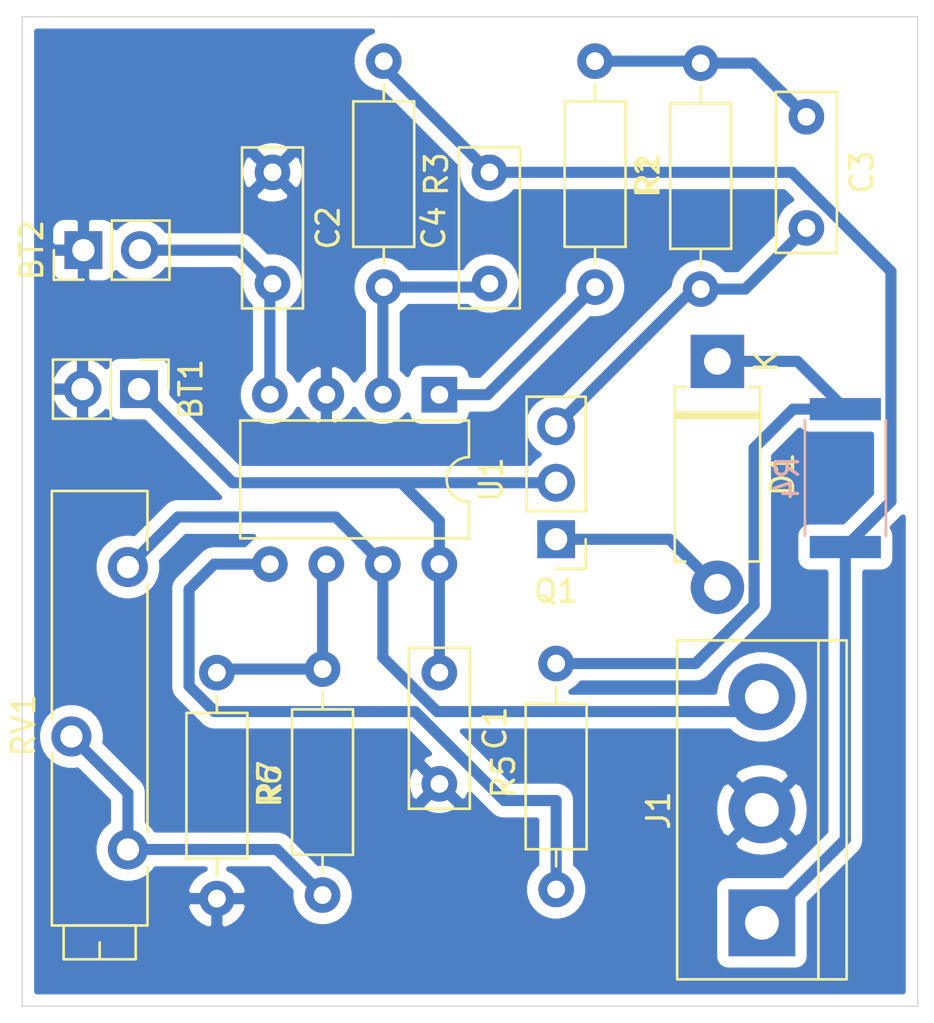
<source format=kicad_pcb>
(kicad_pcb (version 20171130) (host pcbnew 5.1.7)

  (general
    (thickness 1.6)
    (drawings 4)
    (tracks 64)
    (zones 0)
    (modules 18)
    (nets 15)
  )

  (page A4)
  (layers
    (0 F.Cu signal)
    (31 B.Cu signal)
    (32 B.Adhes user)
    (33 F.Adhes user)
    (34 B.Paste user)
    (35 F.Paste user)
    (36 B.SilkS user)
    (37 F.SilkS user)
    (38 B.Mask user)
    (39 F.Mask user)
    (40 Dwgs.User user)
    (41 Cmts.User user)
    (42 Eco1.User user)
    (43 Eco2.User user)
    (44 Edge.Cuts user)
    (45 Margin user)
    (46 B.CrtYd user)
    (47 F.CrtYd user)
    (48 B.Fab user)
    (49 F.Fab user)
  )

  (setup
    (last_trace_width 0.5)
    (user_trace_width 0.5)
    (trace_clearance 0.2)
    (zone_clearance 0.508)
    (zone_45_only no)
    (trace_min 0.2)
    (via_size 0.8)
    (via_drill 0.4)
    (via_min_size 0.4)
    (via_min_drill 0.3)
    (uvia_size 0.3)
    (uvia_drill 0.1)
    (uvias_allowed no)
    (uvia_min_size 0.2)
    (uvia_min_drill 0.1)
    (edge_width 0.05)
    (segment_width 0.2)
    (pcb_text_width 0.3)
    (pcb_text_size 1.5 1.5)
    (mod_edge_width 0.12)
    (mod_text_size 1 1)
    (mod_text_width 0.15)
    (pad_size 1.524 1.524)
    (pad_drill 0.762)
    (pad_to_mask_clearance 0)
    (aux_axis_origin 0 0)
    (visible_elements FFFFFF7F)
    (pcbplotparams
      (layerselection 0x010fc_ffffffff)
      (usegerberextensions false)
      (usegerberattributes true)
      (usegerberadvancedattributes true)
      (creategerberjobfile true)
      (excludeedgelayer true)
      (linewidth 0.100000)
      (plotframeref false)
      (viasonmask false)
      (mode 1)
      (useauxorigin false)
      (hpglpennumber 1)
      (hpglpenspeed 20)
      (hpglpendiameter 15.000000)
      (psnegative false)
      (psa4output false)
      (plotreference true)
      (plotvalue true)
      (plotinvisibletext false)
      (padsonsilk false)
      (subtractmaskfromsilk false)
      (outputformat 1)
      (mirror false)
      (drillshape 1)
      (scaleselection 1)
      (outputdirectory ""))
  )

  (net 0 "")
  (net 1 +BATT)
  (net 2 GND)
  (net 3 -BATT)
  (net 4 "Net-(C3-Pad1)")
  (net 5 "Net-(C3-Pad2)")
  (net 6 "Net-(C4-Pad1)")
  (net 7 "Net-(C4-Pad2)")
  (net 8 "Net-(D1-Pad1)")
  (net 9 "Net-(D1-Pad2)")
  (net 10 "Net-(J1-Pad3)")
  (net 11 "Net-(R1-Pad2)")
  (net 12 "Net-(R5-Pad1)")
  (net 13 "Net-(R6-Pad1)")
  (net 14 "Net-(R7-Pad1)")

  (net_class Default "This is the default net class."
    (clearance 0.2)
    (trace_width 0.25)
    (via_dia 0.8)
    (via_drill 0.4)
    (uvia_dia 0.3)
    (uvia_drill 0.1)
    (add_net +BATT)
    (add_net -BATT)
    (add_net GND)
    (add_net "Net-(C3-Pad1)")
    (add_net "Net-(C3-Pad2)")
    (add_net "Net-(C4-Pad1)")
    (add_net "Net-(C4-Pad2)")
    (add_net "Net-(D1-Pad1)")
    (add_net "Net-(D1-Pad2)")
    (add_net "Net-(J1-Pad3)")
    (add_net "Net-(R1-Pad2)")
    (add_net "Net-(R5-Pad1)")
    (add_net "Net-(R6-Pad1)")
    (add_net "Net-(R7-Pad1)")
  )

  (module Connector_PinHeader_2.54mm:PinHeader_1x02_P2.54mm_Vertical (layer F.Cu) (tedit 59FED5CC) (tstamp 5F9B1ED7)
    (at 120.25 77.5 270)
    (descr "Through hole straight pin header, 1x02, 2.54mm pitch, single row")
    (tags "Through hole pin header THT 1x02 2.54mm single row")
    (path /5F9BF31F)
    (fp_text reference BT1 (at 0 -2.33 90) (layer F.SilkS)
      (effects (font (size 1 1) (thickness 0.15)))
    )
    (fp_text value Battery_Cell (at 0 4.87 90) (layer F.Fab)
      (effects (font (size 1 1) (thickness 0.15)))
    )
    (fp_line (start 1.8 -1.8) (end -1.8 -1.8) (layer F.CrtYd) (width 0.05))
    (fp_line (start 1.8 4.35) (end 1.8 -1.8) (layer F.CrtYd) (width 0.05))
    (fp_line (start -1.8 4.35) (end 1.8 4.35) (layer F.CrtYd) (width 0.05))
    (fp_line (start -1.8 -1.8) (end -1.8 4.35) (layer F.CrtYd) (width 0.05))
    (fp_line (start -1.33 -1.33) (end 0 -1.33) (layer F.SilkS) (width 0.12))
    (fp_line (start -1.33 0) (end -1.33 -1.33) (layer F.SilkS) (width 0.12))
    (fp_line (start -1.33 1.27) (end 1.33 1.27) (layer F.SilkS) (width 0.12))
    (fp_line (start 1.33 1.27) (end 1.33 3.87) (layer F.SilkS) (width 0.12))
    (fp_line (start -1.33 1.27) (end -1.33 3.87) (layer F.SilkS) (width 0.12))
    (fp_line (start -1.33 3.87) (end 1.33 3.87) (layer F.SilkS) (width 0.12))
    (fp_line (start -1.27 -0.635) (end -0.635 -1.27) (layer F.Fab) (width 0.1))
    (fp_line (start -1.27 3.81) (end -1.27 -0.635) (layer F.Fab) (width 0.1))
    (fp_line (start 1.27 3.81) (end -1.27 3.81) (layer F.Fab) (width 0.1))
    (fp_line (start 1.27 -1.27) (end 1.27 3.81) (layer F.Fab) (width 0.1))
    (fp_line (start -0.635 -1.27) (end 1.27 -1.27) (layer F.Fab) (width 0.1))
    (fp_text user %R (at 0 1.27) (layer F.Fab)
      (effects (font (size 1 1) (thickness 0.15)))
    )
    (pad 1 thru_hole rect (at 0 0 270) (size 1.7 1.7) (drill 1) (layers *.Cu *.Mask)
      (net 1 +BATT))
    (pad 2 thru_hole oval (at 0 2.54 270) (size 1.7 1.7) (drill 1) (layers *.Cu *.Mask)
      (net 2 GND))
    (model ${KISYS3DMOD}/Connector_PinHeader_2.54mm.3dshapes/PinHeader_1x02_P2.54mm_Vertical.wrl
      (at (xyz 0 0 0))
      (scale (xyz 1 1 1))
      (rotate (xyz 0 0 0))
    )
  )

  (module Connector_PinHeader_2.54mm:PinHeader_1x02_P2.54mm_Vertical (layer F.Cu) (tedit 59FED5CC) (tstamp 5F9B1EED)
    (at 117.75 71.25 90)
    (descr "Through hole straight pin header, 1x02, 2.54mm pitch, single row")
    (tags "Through hole pin header THT 1x02 2.54mm single row")
    (path /5F9C45EA)
    (fp_text reference BT2 (at 0 -2.33 90) (layer F.SilkS)
      (effects (font (size 1 1) (thickness 0.15)))
    )
    (fp_text value Battery_Cell (at 0 4.87 90) (layer F.Fab)
      (effects (font (size 1 1) (thickness 0.15)))
    )
    (fp_text user %R (at 0 1.27) (layer F.Fab)
      (effects (font (size 1 1) (thickness 0.15)))
    )
    (fp_line (start -0.635 -1.27) (end 1.27 -1.27) (layer F.Fab) (width 0.1))
    (fp_line (start 1.27 -1.27) (end 1.27 3.81) (layer F.Fab) (width 0.1))
    (fp_line (start 1.27 3.81) (end -1.27 3.81) (layer F.Fab) (width 0.1))
    (fp_line (start -1.27 3.81) (end -1.27 -0.635) (layer F.Fab) (width 0.1))
    (fp_line (start -1.27 -0.635) (end -0.635 -1.27) (layer F.Fab) (width 0.1))
    (fp_line (start -1.33 3.87) (end 1.33 3.87) (layer F.SilkS) (width 0.12))
    (fp_line (start -1.33 1.27) (end -1.33 3.87) (layer F.SilkS) (width 0.12))
    (fp_line (start 1.33 1.27) (end 1.33 3.87) (layer F.SilkS) (width 0.12))
    (fp_line (start -1.33 1.27) (end 1.33 1.27) (layer F.SilkS) (width 0.12))
    (fp_line (start -1.33 0) (end -1.33 -1.33) (layer F.SilkS) (width 0.12))
    (fp_line (start -1.33 -1.33) (end 0 -1.33) (layer F.SilkS) (width 0.12))
    (fp_line (start -1.8 -1.8) (end -1.8 4.35) (layer F.CrtYd) (width 0.05))
    (fp_line (start -1.8 4.35) (end 1.8 4.35) (layer F.CrtYd) (width 0.05))
    (fp_line (start 1.8 4.35) (end 1.8 -1.8) (layer F.CrtYd) (width 0.05))
    (fp_line (start 1.8 -1.8) (end -1.8 -1.8) (layer F.CrtYd) (width 0.05))
    (pad 2 thru_hole oval (at 0 2.54 90) (size 1.7 1.7) (drill 1) (layers *.Cu *.Mask)
      (net 3 -BATT))
    (pad 1 thru_hole rect (at 0 0 90) (size 1.7 1.7) (drill 1) (layers *.Cu *.Mask)
      (net 2 GND))
    (model ${KISYS3DMOD}/Connector_PinHeader_2.54mm.3dshapes/PinHeader_1x02_P2.54mm_Vertical.wrl
      (at (xyz 0 0 0))
      (scale (xyz 1 1 1))
      (rotate (xyz 0 0 0))
    )
  )

  (module Capacitor_THT:C_Rect_L7.0mm_W2.5mm_P5.00mm (layer F.Cu) (tedit 5AE50EF0) (tstamp 5F9B2C78)
    (at 133.75 90.25 270)
    (descr "C, Rect series, Radial, pin pitch=5.00mm, , length*width=7*2.5mm^2, Capacitor")
    (tags "C Rect series Radial pin pitch 5.00mm  length 7mm width 2.5mm Capacitor")
    (path /5F9CACF9)
    (fp_text reference C1 (at 2.5 -2.5 90) (layer F.SilkS)
      (effects (font (size 1 1) (thickness 0.15)))
    )
    (fp_text value 100n (at 2.5 2.5 90) (layer F.Fab)
      (effects (font (size 1 1) (thickness 0.15)))
    )
    (fp_text user %R (at 2.5 0 90) (layer F.Fab)
      (effects (font (size 1 1) (thickness 0.15)))
    )
    (fp_line (start -1 -1.25) (end -1 1.25) (layer F.Fab) (width 0.1))
    (fp_line (start -1 1.25) (end 6 1.25) (layer F.Fab) (width 0.1))
    (fp_line (start 6 1.25) (end 6 -1.25) (layer F.Fab) (width 0.1))
    (fp_line (start 6 -1.25) (end -1 -1.25) (layer F.Fab) (width 0.1))
    (fp_line (start -1.12 -1.37) (end 6.12 -1.37) (layer F.SilkS) (width 0.12))
    (fp_line (start -1.12 1.37) (end 6.12 1.37) (layer F.SilkS) (width 0.12))
    (fp_line (start -1.12 -1.37) (end -1.12 1.37) (layer F.SilkS) (width 0.12))
    (fp_line (start 6.12 -1.37) (end 6.12 1.37) (layer F.SilkS) (width 0.12))
    (fp_line (start -1.25 -1.5) (end -1.25 1.5) (layer F.CrtYd) (width 0.05))
    (fp_line (start -1.25 1.5) (end 6.25 1.5) (layer F.CrtYd) (width 0.05))
    (fp_line (start 6.25 1.5) (end 6.25 -1.5) (layer F.CrtYd) (width 0.05))
    (fp_line (start 6.25 -1.5) (end -1.25 -1.5) (layer F.CrtYd) (width 0.05))
    (pad 2 thru_hole circle (at 5 0 270) (size 1.6 1.6) (drill 0.8) (layers *.Cu *.Mask)
      (net 2 GND))
    (pad 1 thru_hole circle (at 0 0 270) (size 1.6 1.6) (drill 0.8) (layers *.Cu *.Mask)
      (net 1 +BATT))
    (model ${KISYS3DMOD}/Capacitor_THT.3dshapes/C_Rect_L7.0mm_W2.5mm_P5.00mm.wrl
      (at (xyz 0 0 0))
      (scale (xyz 1 1 1))
      (rotate (xyz 0 0 0))
    )
  )

  (module Capacitor_THT:C_Rect_L7.0mm_W2.5mm_P5.00mm (layer F.Cu) (tedit 5AE50EF0) (tstamp 5F9B29E0)
    (at 126.25 67.75 270)
    (descr "C, Rect series, Radial, pin pitch=5.00mm, , length*width=7*2.5mm^2, Capacitor")
    (tags "C Rect series Radial pin pitch 5.00mm  length 7mm width 2.5mm Capacitor")
    (path /5FA08935)
    (fp_text reference C2 (at 2.5 -2.5 90) (layer F.SilkS)
      (effects (font (size 1 1) (thickness 0.15)))
    )
    (fp_text value 100n (at 2.5 2.5 90) (layer F.Fab)
      (effects (font (size 1 1) (thickness 0.15)))
    )
    (fp_text user %R (at 2.5 0 90) (layer F.Fab)
      (effects (font (size 1 1) (thickness 0.15)))
    )
    (fp_line (start -1 -1.25) (end -1 1.25) (layer F.Fab) (width 0.1))
    (fp_line (start -1 1.25) (end 6 1.25) (layer F.Fab) (width 0.1))
    (fp_line (start 6 1.25) (end 6 -1.25) (layer F.Fab) (width 0.1))
    (fp_line (start 6 -1.25) (end -1 -1.25) (layer F.Fab) (width 0.1))
    (fp_line (start -1.12 -1.37) (end 6.12 -1.37) (layer F.SilkS) (width 0.12))
    (fp_line (start -1.12 1.37) (end 6.12 1.37) (layer F.SilkS) (width 0.12))
    (fp_line (start -1.12 -1.37) (end -1.12 1.37) (layer F.SilkS) (width 0.12))
    (fp_line (start 6.12 -1.37) (end 6.12 1.37) (layer F.SilkS) (width 0.12))
    (fp_line (start -1.25 -1.5) (end -1.25 1.5) (layer F.CrtYd) (width 0.05))
    (fp_line (start -1.25 1.5) (end 6.25 1.5) (layer F.CrtYd) (width 0.05))
    (fp_line (start 6.25 1.5) (end 6.25 -1.5) (layer F.CrtYd) (width 0.05))
    (fp_line (start 6.25 -1.5) (end -1.25 -1.5) (layer F.CrtYd) (width 0.05))
    (pad 2 thru_hole circle (at 5 0 270) (size 1.6 1.6) (drill 0.8) (layers *.Cu *.Mask)
      (net 3 -BATT))
    (pad 1 thru_hole circle (at 0 0 270) (size 1.6 1.6) (drill 0.8) (layers *.Cu *.Mask)
      (net 2 GND))
    (model ${KISYS3DMOD}/Capacitor_THT.3dshapes/C_Rect_L7.0mm_W2.5mm_P5.00mm.wrl
      (at (xyz 0 0 0))
      (scale (xyz 1 1 1))
      (rotate (xyz 0 0 0))
    )
  )

  (module Capacitor_THT:C_Rect_L7.0mm_W2.5mm_P5.00mm (layer F.Cu) (tedit 5AE50EF0) (tstamp 5F9B2ACE)
    (at 150.25 65.25 270)
    (descr "C, Rect series, Radial, pin pitch=5.00mm, , length*width=7*2.5mm^2, Capacitor")
    (tags "C Rect series Radial pin pitch 5.00mm  length 7mm width 2.5mm Capacitor")
    (path /5F9AAD52)
    (fp_text reference C3 (at 2.5 -2.5 90) (layer F.SilkS)
      (effects (font (size 1 1) (thickness 0.15)))
    )
    (fp_text value 1n (at 2.5 2.5 90) (layer F.Fab)
      (effects (font (size 1 1) (thickness 0.15)))
    )
    (fp_line (start 6.25 -1.5) (end -1.25 -1.5) (layer F.CrtYd) (width 0.05))
    (fp_line (start 6.25 1.5) (end 6.25 -1.5) (layer F.CrtYd) (width 0.05))
    (fp_line (start -1.25 1.5) (end 6.25 1.5) (layer F.CrtYd) (width 0.05))
    (fp_line (start -1.25 -1.5) (end -1.25 1.5) (layer F.CrtYd) (width 0.05))
    (fp_line (start 6.12 -1.37) (end 6.12 1.37) (layer F.SilkS) (width 0.12))
    (fp_line (start -1.12 -1.37) (end -1.12 1.37) (layer F.SilkS) (width 0.12))
    (fp_line (start -1.12 1.37) (end 6.12 1.37) (layer F.SilkS) (width 0.12))
    (fp_line (start -1.12 -1.37) (end 6.12 -1.37) (layer F.SilkS) (width 0.12))
    (fp_line (start 6 -1.25) (end -1 -1.25) (layer F.Fab) (width 0.1))
    (fp_line (start 6 1.25) (end 6 -1.25) (layer F.Fab) (width 0.1))
    (fp_line (start -1 1.25) (end 6 1.25) (layer F.Fab) (width 0.1))
    (fp_line (start -1 -1.25) (end -1 1.25) (layer F.Fab) (width 0.1))
    (fp_text user %R (at 2.5 0 90) (layer F.Fab)
      (effects (font (size 1 1) (thickness 0.15)))
    )
    (pad 1 thru_hole circle (at 0 0 270) (size 1.6 1.6) (drill 0.8) (layers *.Cu *.Mask)
      (net 4 "Net-(C3-Pad1)"))
    (pad 2 thru_hole circle (at 5 0 270) (size 1.6 1.6) (drill 0.8) (layers *.Cu *.Mask)
      (net 5 "Net-(C3-Pad2)"))
    (model ${KISYS3DMOD}/Capacitor_THT.3dshapes/C_Rect_L7.0mm_W2.5mm_P5.00mm.wrl
      (at (xyz 0 0 0))
      (scale (xyz 1 1 1))
      (rotate (xyz 0 0 0))
    )
  )

  (module Capacitor_THT:C_Rect_L7.0mm_W2.5mm_P5.00mm (layer F.Cu) (tedit 5AE50EF0) (tstamp 5F9B1F39)
    (at 136 72.75 90)
    (descr "C, Rect series, Radial, pin pitch=5.00mm, , length*width=7*2.5mm^2, Capacitor")
    (tags "C Rect series Radial pin pitch 5.00mm  length 7mm width 2.5mm Capacitor")
    (path /5F9DEB30)
    (fp_text reference C4 (at 2.5 -2.5 90) (layer F.SilkS)
      (effects (font (size 1 1) (thickness 0.15)))
    )
    (fp_text value 1n (at 2.5 2.5 90) (layer F.Fab)
      (effects (font (size 1 1) (thickness 0.15)))
    )
    (fp_line (start 6.25 -1.5) (end -1.25 -1.5) (layer F.CrtYd) (width 0.05))
    (fp_line (start 6.25 1.5) (end 6.25 -1.5) (layer F.CrtYd) (width 0.05))
    (fp_line (start -1.25 1.5) (end 6.25 1.5) (layer F.CrtYd) (width 0.05))
    (fp_line (start -1.25 -1.5) (end -1.25 1.5) (layer F.CrtYd) (width 0.05))
    (fp_line (start 6.12 -1.37) (end 6.12 1.37) (layer F.SilkS) (width 0.12))
    (fp_line (start -1.12 -1.37) (end -1.12 1.37) (layer F.SilkS) (width 0.12))
    (fp_line (start -1.12 1.37) (end 6.12 1.37) (layer F.SilkS) (width 0.12))
    (fp_line (start -1.12 -1.37) (end 6.12 -1.37) (layer F.SilkS) (width 0.12))
    (fp_line (start 6 -1.25) (end -1 -1.25) (layer F.Fab) (width 0.1))
    (fp_line (start 6 1.25) (end 6 -1.25) (layer F.Fab) (width 0.1))
    (fp_line (start -1 1.25) (end 6 1.25) (layer F.Fab) (width 0.1))
    (fp_line (start -1 -1.25) (end -1 1.25) (layer F.Fab) (width 0.1))
    (fp_text user %R (at 2.5 0 90) (layer F.Fab)
      (effects (font (size 1 1) (thickness 0.15)))
    )
    (pad 1 thru_hole circle (at 0 0 90) (size 1.6 1.6) (drill 0.8) (layers *.Cu *.Mask)
      (net 6 "Net-(C4-Pad1)"))
    (pad 2 thru_hole circle (at 5 0 90) (size 1.6 1.6) (drill 0.8) (layers *.Cu *.Mask)
      (net 7 "Net-(C4-Pad2)"))
    (model ${KISYS3DMOD}/Capacitor_THT.3dshapes/C_Rect_L7.0mm_W2.5mm_P5.00mm.wrl
      (at (xyz 0 0 0))
      (scale (xyz 1 1 1))
      (rotate (xyz 0 0 0))
    )
  )

  (module Diode_THT:D_DO-15_P10.16mm_Horizontal (layer F.Cu) (tedit 5AE50CD5) (tstamp 5F9B1F58)
    (at 146.25 76.25 270)
    (descr "Diode, DO-15 series, Axial, Horizontal, pin pitch=10.16mm, , length*diameter=7.6*3.6mm^2, , http://www.diodes.com/_files/packages/DO-15.pdf")
    (tags "Diode DO-15 series Axial Horizontal pin pitch 10.16mm  length 7.6mm diameter 3.6mm")
    (path /5F9FC01D)
    (fp_text reference D1 (at 5.08 -2.92 90) (layer F.SilkS)
      (effects (font (size 1 1) (thickness 0.15)))
    )
    (fp_text value 1N5818 (at 5.08 2.92 90) (layer F.Fab)
      (effects (font (size 1 1) (thickness 0.15)))
    )
    (fp_line (start 11.61 -2.05) (end -1.45 -2.05) (layer F.CrtYd) (width 0.05))
    (fp_line (start 11.61 2.05) (end 11.61 -2.05) (layer F.CrtYd) (width 0.05))
    (fp_line (start -1.45 2.05) (end 11.61 2.05) (layer F.CrtYd) (width 0.05))
    (fp_line (start -1.45 -2.05) (end -1.45 2.05) (layer F.CrtYd) (width 0.05))
    (fp_line (start 2.3 -1.92) (end 2.3 1.92) (layer F.SilkS) (width 0.12))
    (fp_line (start 2.54 -1.92) (end 2.54 1.92) (layer F.SilkS) (width 0.12))
    (fp_line (start 2.42 -1.92) (end 2.42 1.92) (layer F.SilkS) (width 0.12))
    (fp_line (start 9 1.92) (end 9 1.44) (layer F.SilkS) (width 0.12))
    (fp_line (start 1.16 1.92) (end 9 1.92) (layer F.SilkS) (width 0.12))
    (fp_line (start 1.16 1.44) (end 1.16 1.92) (layer F.SilkS) (width 0.12))
    (fp_line (start 9 -1.92) (end 9 -1.44) (layer F.SilkS) (width 0.12))
    (fp_line (start 1.16 -1.92) (end 9 -1.92) (layer F.SilkS) (width 0.12))
    (fp_line (start 1.16 -1.44) (end 1.16 -1.92) (layer F.SilkS) (width 0.12))
    (fp_line (start 2.32 -1.8) (end 2.32 1.8) (layer F.Fab) (width 0.1))
    (fp_line (start 2.52 -1.8) (end 2.52 1.8) (layer F.Fab) (width 0.1))
    (fp_line (start 2.42 -1.8) (end 2.42 1.8) (layer F.Fab) (width 0.1))
    (fp_line (start 10.16 0) (end 8.88 0) (layer F.Fab) (width 0.1))
    (fp_line (start 0 0) (end 1.28 0) (layer F.Fab) (width 0.1))
    (fp_line (start 8.88 -1.8) (end 1.28 -1.8) (layer F.Fab) (width 0.1))
    (fp_line (start 8.88 1.8) (end 8.88 -1.8) (layer F.Fab) (width 0.1))
    (fp_line (start 1.28 1.8) (end 8.88 1.8) (layer F.Fab) (width 0.1))
    (fp_line (start 1.28 -1.8) (end 1.28 1.8) (layer F.Fab) (width 0.1))
    (fp_text user %R (at 5.65 0 90) (layer F.Fab)
      (effects (font (size 1 1) (thickness 0.15)))
    )
    (fp_text user K (at 0 -2.2 90) (layer F.Fab)
      (effects (font (size 1 1) (thickness 0.15)))
    )
    (fp_text user K (at 0 -2.2 90) (layer F.SilkS)
      (effects (font (size 1 1) (thickness 0.15)))
    )
    (pad 1 thru_hole rect (at 0 0 270) (size 2.4 2.4) (drill 1.2) (layers *.Cu *.Mask)
      (net 8 "Net-(D1-Pad1)"))
    (pad 2 thru_hole oval (at 10.16 0 270) (size 2.4 2.4) (drill 1.2) (layers *.Cu *.Mask)
      (net 9 "Net-(D1-Pad2)"))
    (model ${KISYS3DMOD}/Diode_THT.3dshapes/D_DO-15_P10.16mm_Horizontal.wrl
      (at (xyz 0 0 0))
      (scale (xyz 1 1 1))
      (rotate (xyz 0 0 0))
    )
  )

  (module TerminalBlock:TerminalBlock_bornier-3_P5.08mm (layer F.Cu) (tedit 59FF03B9) (tstamp 5F9B1F6E)
    (at 148.25 101.5 90)
    (descr "simple 3-pin terminal block, pitch 5.08mm, revamped version of bornier3")
    (tags "terminal block bornier3")
    (path /5F9D585D)
    (fp_text reference J1 (at 5.05 -4.65 90) (layer F.SilkS)
      (effects (font (size 1 1) (thickness 0.15)))
    )
    (fp_text value Conn_01x03 (at 5.08 5.08 90) (layer F.Fab)
      (effects (font (size 1 1) (thickness 0.15)))
    )
    (fp_line (start 12.88 4) (end -2.72 4) (layer F.CrtYd) (width 0.05))
    (fp_line (start 12.88 4) (end 12.88 -4) (layer F.CrtYd) (width 0.05))
    (fp_line (start -2.72 -4) (end -2.72 4) (layer F.CrtYd) (width 0.05))
    (fp_line (start -2.72 -4) (end 12.88 -4) (layer F.CrtYd) (width 0.05))
    (fp_line (start -2.54 3.81) (end 12.7 3.81) (layer F.SilkS) (width 0.12))
    (fp_line (start -2.54 -3.81) (end 12.7 -3.81) (layer F.SilkS) (width 0.12))
    (fp_line (start -2.54 2.54) (end 12.7 2.54) (layer F.SilkS) (width 0.12))
    (fp_line (start 12.7 3.81) (end 12.7 -3.81) (layer F.SilkS) (width 0.12))
    (fp_line (start -2.54 3.81) (end -2.54 -3.81) (layer F.SilkS) (width 0.12))
    (fp_line (start -2.47 3.75) (end -2.47 -3.75) (layer F.Fab) (width 0.1))
    (fp_line (start 12.63 3.75) (end -2.47 3.75) (layer F.Fab) (width 0.1))
    (fp_line (start 12.63 -3.75) (end 12.63 3.75) (layer F.Fab) (width 0.1))
    (fp_line (start -2.47 -3.75) (end 12.63 -3.75) (layer F.Fab) (width 0.1))
    (fp_line (start -2.47 2.55) (end 12.63 2.55) (layer F.Fab) (width 0.1))
    (fp_text user %R (at 5.08 0 90) (layer F.Fab)
      (effects (font (size 1 1) (thickness 0.15)))
    )
    (pad 1 thru_hole rect (at 0 0 90) (size 3 3) (drill 1.52) (layers *.Cu *.Mask)
      (net 7 "Net-(C4-Pad2)"))
    (pad 2 thru_hole circle (at 5.08 0 90) (size 3 3) (drill 1.52) (layers *.Cu *.Mask)
      (net 2 GND))
    (pad 3 thru_hole circle (at 10.16 0 90) (size 3 3) (drill 1.52) (layers *.Cu *.Mask)
      (net 10 "Net-(J1-Pad3)"))
    (model ${KISYS3DMOD}/TerminalBlock.3dshapes/TerminalBlock_bornier-3_P5.08mm.wrl
      (offset (xyz 5.079999923706055 0 0))
      (scale (xyz 1 1 1))
      (rotate (xyz 0 0 0))
    )
  )

  (module Connector_PinHeader_2.54mm:PinHeader_1x03_P2.54mm_Vertical (layer F.Cu) (tedit 59FED5CC) (tstamp 5F9B1F85)
    (at 139 84.25 180)
    (descr "Through hole straight pin header, 1x03, 2.54mm pitch, single row")
    (tags "Through hole pin header THT 1x03 2.54mm single row")
    (path /5FA1D85C)
    (fp_text reference Q1 (at 0 -2.33) (layer F.SilkS)
      (effects (font (size 1 1) (thickness 0.15)))
    )
    (fp_text value 2SD636 (at 0 7.41) (layer F.Fab)
      (effects (font (size 1 1) (thickness 0.15)))
    )
    (fp_line (start 1.8 -1.8) (end -1.8 -1.8) (layer F.CrtYd) (width 0.05))
    (fp_line (start 1.8 6.85) (end 1.8 -1.8) (layer F.CrtYd) (width 0.05))
    (fp_line (start -1.8 6.85) (end 1.8 6.85) (layer F.CrtYd) (width 0.05))
    (fp_line (start -1.8 -1.8) (end -1.8 6.85) (layer F.CrtYd) (width 0.05))
    (fp_line (start -1.33 -1.33) (end 0 -1.33) (layer F.SilkS) (width 0.12))
    (fp_line (start -1.33 0) (end -1.33 -1.33) (layer F.SilkS) (width 0.12))
    (fp_line (start -1.33 1.27) (end 1.33 1.27) (layer F.SilkS) (width 0.12))
    (fp_line (start 1.33 1.27) (end 1.33 6.41) (layer F.SilkS) (width 0.12))
    (fp_line (start -1.33 1.27) (end -1.33 6.41) (layer F.SilkS) (width 0.12))
    (fp_line (start -1.33 6.41) (end 1.33 6.41) (layer F.SilkS) (width 0.12))
    (fp_line (start -1.27 -0.635) (end -0.635 -1.27) (layer F.Fab) (width 0.1))
    (fp_line (start -1.27 6.35) (end -1.27 -0.635) (layer F.Fab) (width 0.1))
    (fp_line (start 1.27 6.35) (end -1.27 6.35) (layer F.Fab) (width 0.1))
    (fp_line (start 1.27 -1.27) (end 1.27 6.35) (layer F.Fab) (width 0.1))
    (fp_line (start -0.635 -1.27) (end 1.27 -1.27) (layer F.Fab) (width 0.1))
    (fp_text user %R (at 0 2.54 90) (layer F.Fab)
      (effects (font (size 1 1) (thickness 0.15)))
    )
    (pad 1 thru_hole rect (at 0 0 180) (size 1.7 1.7) (drill 1) (layers *.Cu *.Mask)
      (net 9 "Net-(D1-Pad2)"))
    (pad 2 thru_hole oval (at 0 2.54 180) (size 1.7 1.7) (drill 1) (layers *.Cu *.Mask)
      (net 1 +BATT))
    (pad 3 thru_hole oval (at 0 5.08 180) (size 1.7 1.7) (drill 1) (layers *.Cu *.Mask)
      (net 5 "Net-(C3-Pad2)"))
    (model ${KISYS3DMOD}/Connector_PinHeader_2.54mm.3dshapes/PinHeader_1x03_P2.54mm_Vertical.wrl
      (at (xyz 0 0 0))
      (scale (xyz 1 1 1))
      (rotate (xyz 0 0 0))
    )
  )

  (module Resistor_THT:R_Axial_DIN0207_L6.3mm_D2.5mm_P10.16mm_Horizontal (layer F.Cu) (tedit 5AE5139B) (tstamp 5F9B1F9C)
    (at 140.75 62.75 270)
    (descr "Resistor, Axial_DIN0207 series, Axial, Horizontal, pin pitch=10.16mm, 0.25W = 1/4W, length*diameter=6.3*2.5mm^2, http://cdn-reichelt.de/documents/datenblatt/B400/1_4W%23YAG.pdf")
    (tags "Resistor Axial_DIN0207 series Axial Horizontal pin pitch 10.16mm 0.25W = 1/4W length 6.3mm diameter 2.5mm")
    (path /5F99D917)
    (fp_text reference R1 (at 5.08 -2.37 90) (layer F.SilkS)
      (effects (font (size 1 1) (thickness 0.15)))
    )
    (fp_text value 10R (at 5.08 2.37 90) (layer F.Fab)
      (effects (font (size 1 1) (thickness 0.15)))
    )
    (fp_line (start 11.21 -1.5) (end -1.05 -1.5) (layer F.CrtYd) (width 0.05))
    (fp_line (start 11.21 1.5) (end 11.21 -1.5) (layer F.CrtYd) (width 0.05))
    (fp_line (start -1.05 1.5) (end 11.21 1.5) (layer F.CrtYd) (width 0.05))
    (fp_line (start -1.05 -1.5) (end -1.05 1.5) (layer F.CrtYd) (width 0.05))
    (fp_line (start 9.12 0) (end 8.35 0) (layer F.SilkS) (width 0.12))
    (fp_line (start 1.04 0) (end 1.81 0) (layer F.SilkS) (width 0.12))
    (fp_line (start 8.35 -1.37) (end 1.81 -1.37) (layer F.SilkS) (width 0.12))
    (fp_line (start 8.35 1.37) (end 8.35 -1.37) (layer F.SilkS) (width 0.12))
    (fp_line (start 1.81 1.37) (end 8.35 1.37) (layer F.SilkS) (width 0.12))
    (fp_line (start 1.81 -1.37) (end 1.81 1.37) (layer F.SilkS) (width 0.12))
    (fp_line (start 10.16 0) (end 8.23 0) (layer F.Fab) (width 0.1))
    (fp_line (start 0 0) (end 1.93 0) (layer F.Fab) (width 0.1))
    (fp_line (start 8.23 -1.25) (end 1.93 -1.25) (layer F.Fab) (width 0.1))
    (fp_line (start 8.23 1.25) (end 8.23 -1.25) (layer F.Fab) (width 0.1))
    (fp_line (start 1.93 1.25) (end 8.23 1.25) (layer F.Fab) (width 0.1))
    (fp_line (start 1.93 -1.25) (end 1.93 1.25) (layer F.Fab) (width 0.1))
    (fp_text user %R (at 5.08 0 90) (layer F.Fab)
      (effects (font (size 1 1) (thickness 0.15)))
    )
    (pad 1 thru_hole circle (at 0 0 270) (size 1.6 1.6) (drill 0.8) (layers *.Cu *.Mask)
      (net 4 "Net-(C3-Pad1)"))
    (pad 2 thru_hole oval (at 10.16 0 270) (size 1.6 1.6) (drill 0.8) (layers *.Cu *.Mask)
      (net 11 "Net-(R1-Pad2)"))
    (model ${KISYS3DMOD}/Resistor_THT.3dshapes/R_Axial_DIN0207_L6.3mm_D2.5mm_P10.16mm_Horizontal.wrl
      (at (xyz 0 0 0))
      (scale (xyz 1 1 1))
      (rotate (xyz 0 0 0))
    )
  )

  (module Resistor_THT:R_Axial_DIN0207_L6.3mm_D2.5mm_P10.16mm_Horizontal (layer F.Cu) (tedit 5AE5139B) (tstamp 5F9B1FB3)
    (at 145.5 73 90)
    (descr "Resistor, Axial_DIN0207 series, Axial, Horizontal, pin pitch=10.16mm, 0.25W = 1/4W, length*diameter=6.3*2.5mm^2, http://cdn-reichelt.de/documents/datenblatt/B400/1_4W%23YAG.pdf")
    (tags "Resistor Axial_DIN0207 series Axial Horizontal pin pitch 10.16mm 0.25W = 1/4W length 6.3mm diameter 2.5mm")
    (path /5F9A9FEE)
    (fp_text reference R2 (at 5.08 -2.37 90) (layer F.SilkS)
      (effects (font (size 1 1) (thickness 0.15)))
    )
    (fp_text value 100R (at 5.08 2.37 90) (layer F.Fab)
      (effects (font (size 1 1) (thickness 0.15)))
    )
    (fp_text user %R (at 5.08 0 90) (layer F.Fab)
      (effects (font (size 1 1) (thickness 0.15)))
    )
    (fp_line (start 1.93 -1.25) (end 1.93 1.25) (layer F.Fab) (width 0.1))
    (fp_line (start 1.93 1.25) (end 8.23 1.25) (layer F.Fab) (width 0.1))
    (fp_line (start 8.23 1.25) (end 8.23 -1.25) (layer F.Fab) (width 0.1))
    (fp_line (start 8.23 -1.25) (end 1.93 -1.25) (layer F.Fab) (width 0.1))
    (fp_line (start 0 0) (end 1.93 0) (layer F.Fab) (width 0.1))
    (fp_line (start 10.16 0) (end 8.23 0) (layer F.Fab) (width 0.1))
    (fp_line (start 1.81 -1.37) (end 1.81 1.37) (layer F.SilkS) (width 0.12))
    (fp_line (start 1.81 1.37) (end 8.35 1.37) (layer F.SilkS) (width 0.12))
    (fp_line (start 8.35 1.37) (end 8.35 -1.37) (layer F.SilkS) (width 0.12))
    (fp_line (start 8.35 -1.37) (end 1.81 -1.37) (layer F.SilkS) (width 0.12))
    (fp_line (start 1.04 0) (end 1.81 0) (layer F.SilkS) (width 0.12))
    (fp_line (start 9.12 0) (end 8.35 0) (layer F.SilkS) (width 0.12))
    (fp_line (start -1.05 -1.5) (end -1.05 1.5) (layer F.CrtYd) (width 0.05))
    (fp_line (start -1.05 1.5) (end 11.21 1.5) (layer F.CrtYd) (width 0.05))
    (fp_line (start 11.21 1.5) (end 11.21 -1.5) (layer F.CrtYd) (width 0.05))
    (fp_line (start 11.21 -1.5) (end -1.05 -1.5) (layer F.CrtYd) (width 0.05))
    (pad 2 thru_hole oval (at 10.16 0 90) (size 1.6 1.6) (drill 0.8) (layers *.Cu *.Mask)
      (net 4 "Net-(C3-Pad1)"))
    (pad 1 thru_hole circle (at 0 0 90) (size 1.6 1.6) (drill 0.8) (layers *.Cu *.Mask)
      (net 5 "Net-(C3-Pad2)"))
    (model ${KISYS3DMOD}/Resistor_THT.3dshapes/R_Axial_DIN0207_L6.3mm_D2.5mm_P10.16mm_Horizontal.wrl
      (at (xyz 0 0 0))
      (scale (xyz 1 1 1))
      (rotate (xyz 0 0 0))
    )
  )

  (module Resistor_THT:R_Axial_DIN0207_L6.3mm_D2.5mm_P10.16mm_Horizontal (layer F.Cu) (tedit 5AE5139B) (tstamp 5F9B1FCA)
    (at 131.25 62.75 270)
    (descr "Resistor, Axial_DIN0207 series, Axial, Horizontal, pin pitch=10.16mm, 0.25W = 1/4W, length*diameter=6.3*2.5mm^2, http://cdn-reichelt.de/documents/datenblatt/B400/1_4W%23YAG.pdf")
    (tags "Resistor Axial_DIN0207 series Axial Horizontal pin pitch 10.16mm 0.25W = 1/4W length 6.3mm diameter 2.5mm")
    (path /5F9D9C09)
    (fp_text reference R3 (at 5.08 -2.37 90) (layer F.SilkS)
      (effects (font (size 1 1) (thickness 0.15)))
    )
    (fp_text value 10k (at 5.08 2.37 90) (layer F.Fab)
      (effects (font (size 1 1) (thickness 0.15)))
    )
    (fp_text user %R (at 5.08 0 90) (layer F.Fab)
      (effects (font (size 1 1) (thickness 0.15)))
    )
    (fp_line (start 1.93 -1.25) (end 1.93 1.25) (layer F.Fab) (width 0.1))
    (fp_line (start 1.93 1.25) (end 8.23 1.25) (layer F.Fab) (width 0.1))
    (fp_line (start 8.23 1.25) (end 8.23 -1.25) (layer F.Fab) (width 0.1))
    (fp_line (start 8.23 -1.25) (end 1.93 -1.25) (layer F.Fab) (width 0.1))
    (fp_line (start 0 0) (end 1.93 0) (layer F.Fab) (width 0.1))
    (fp_line (start 10.16 0) (end 8.23 0) (layer F.Fab) (width 0.1))
    (fp_line (start 1.81 -1.37) (end 1.81 1.37) (layer F.SilkS) (width 0.12))
    (fp_line (start 1.81 1.37) (end 8.35 1.37) (layer F.SilkS) (width 0.12))
    (fp_line (start 8.35 1.37) (end 8.35 -1.37) (layer F.SilkS) (width 0.12))
    (fp_line (start 8.35 -1.37) (end 1.81 -1.37) (layer F.SilkS) (width 0.12))
    (fp_line (start 1.04 0) (end 1.81 0) (layer F.SilkS) (width 0.12))
    (fp_line (start 9.12 0) (end 8.35 0) (layer F.SilkS) (width 0.12))
    (fp_line (start -1.05 -1.5) (end -1.05 1.5) (layer F.CrtYd) (width 0.05))
    (fp_line (start -1.05 1.5) (end 11.21 1.5) (layer F.CrtYd) (width 0.05))
    (fp_line (start 11.21 1.5) (end 11.21 -1.5) (layer F.CrtYd) (width 0.05))
    (fp_line (start 11.21 -1.5) (end -1.05 -1.5) (layer F.CrtYd) (width 0.05))
    (pad 2 thru_hole oval (at 10.16 0 270) (size 1.6 1.6) (drill 0.8) (layers *.Cu *.Mask)
      (net 6 "Net-(C4-Pad1)"))
    (pad 1 thru_hole circle (at 0 0 270) (size 1.6 1.6) (drill 0.8) (layers *.Cu *.Mask)
      (net 7 "Net-(C4-Pad2)"))
    (model ${KISYS3DMOD}/Resistor_THT.3dshapes/R_Axial_DIN0207_L6.3mm_D2.5mm_P10.16mm_Horizontal.wrl
      (at (xyz 0 0 0))
      (scale (xyz 1 1 1))
      (rotate (xyz 0 0 0))
    )
  )

  (module PL_Resistor_SMD:R_2512 (layer B.Cu) (tedit 5C91398D) (tstamp 5F9B1FDB)
    (at 152 81.5 270)
    (descr "Resistor SMD 2512, reflow soldering, Vishay (see dcrcw.pdf)")
    (tags "resistor 2512")
    (path /5FA092BD)
    (attr smd)
    (fp_text reference R4 (at 0 2.6 90) (layer B.SilkS)
      (effects (font (size 1 1) (thickness 0.15)) (justify mirror))
    )
    (fp_text value 0.1R (at 0 -2.75 90) (layer B.Fab)
      (effects (font (size 1 1) (thickness 0.15)) (justify mirror))
    )
    (fp_line (start -3.15 -1.6) (end -3.15 1.6) (layer B.Fab) (width 0.1))
    (fp_line (start 3.15 -1.6) (end -3.15 -1.6) (layer B.Fab) (width 0.1))
    (fp_line (start 3.15 1.6) (end 3.15 -1.6) (layer B.Fab) (width 0.1))
    (fp_line (start -3.15 1.6) (end 3.15 1.6) (layer B.Fab) (width 0.1))
    (fp_line (start 2.6 -1.82) (end -2.6 -1.82) (layer B.SilkS) (width 0.12))
    (fp_line (start -2.6 1.82) (end 2.6 1.82) (layer B.SilkS) (width 0.12))
    (fp_line (start -3.85 1.85) (end 3.85 1.85) (layer B.CrtYd) (width 0.05))
    (fp_line (start -3.85 1.85) (end -3.85 -1.85) (layer B.CrtYd) (width 0.05))
    (fp_line (start 3.85 -1.85) (end 3.85 1.85) (layer B.CrtYd) (width 0.05))
    (fp_line (start 3.85 -1.85) (end -3.85 -1.85) (layer B.CrtYd) (width 0.05))
    (fp_text user %R (at 0 0 90) (layer B.Fab)
      (effects (font (size 1 1) (thickness 0.15)) (justify mirror))
    )
    (pad 2 smd rect (at 3.1 0 270) (size 1 3.2) (layers B.Cu B.Paste B.Mask)
      (net 7 "Net-(C4-Pad2)"))
    (pad 1 smd rect (at -3.1 0 270) (size 1 3.2) (layers B.Cu B.Paste B.Mask)
      (net 8 "Net-(D1-Pad1)"))
    (model ${KIPRJMOD}/3d_models/Resistors_SMD/R_2512_6332Metric.wrl
      (at (xyz 0 0 0))
      (scale (xyz 1 1 1))
      (rotate (xyz 0 0 0))
    )
  )

  (module Resistor_THT:R_Axial_DIN0207_L6.3mm_D2.5mm_P10.16mm_Horizontal (layer F.Cu) (tedit 5AE5139B) (tstamp 5F9B1FF2)
    (at 139 100 90)
    (descr "Resistor, Axial_DIN0207 series, Axial, Horizontal, pin pitch=10.16mm, 0.25W = 1/4W, length*diameter=6.3*2.5mm^2, http://cdn-reichelt.de/documents/datenblatt/B400/1_4W%23YAG.pdf")
    (tags "Resistor Axial_DIN0207 series Axial Horizontal pin pitch 10.16mm 0.25W = 1/4W length 6.3mm diameter 2.5mm")
    (path /5FA2F345)
    (fp_text reference R5 (at 5.08 -2.37 90) (layer F.SilkS)
      (effects (font (size 1 1) (thickness 0.15)))
    )
    (fp_text value 10k (at 5.08 2.37 90) (layer F.Fab)
      (effects (font (size 1 1) (thickness 0.15)))
    )
    (fp_text user %R (at 5.08 0 90) (layer F.Fab)
      (effects (font (size 1 1) (thickness 0.15)))
    )
    (fp_line (start 1.93 -1.25) (end 1.93 1.25) (layer F.Fab) (width 0.1))
    (fp_line (start 1.93 1.25) (end 8.23 1.25) (layer F.Fab) (width 0.1))
    (fp_line (start 8.23 1.25) (end 8.23 -1.25) (layer F.Fab) (width 0.1))
    (fp_line (start 8.23 -1.25) (end 1.93 -1.25) (layer F.Fab) (width 0.1))
    (fp_line (start 0 0) (end 1.93 0) (layer F.Fab) (width 0.1))
    (fp_line (start 10.16 0) (end 8.23 0) (layer F.Fab) (width 0.1))
    (fp_line (start 1.81 -1.37) (end 1.81 1.37) (layer F.SilkS) (width 0.12))
    (fp_line (start 1.81 1.37) (end 8.35 1.37) (layer F.SilkS) (width 0.12))
    (fp_line (start 8.35 1.37) (end 8.35 -1.37) (layer F.SilkS) (width 0.12))
    (fp_line (start 8.35 -1.37) (end 1.81 -1.37) (layer F.SilkS) (width 0.12))
    (fp_line (start 1.04 0) (end 1.81 0) (layer F.SilkS) (width 0.12))
    (fp_line (start 9.12 0) (end 8.35 0) (layer F.SilkS) (width 0.12))
    (fp_line (start -1.05 -1.5) (end -1.05 1.5) (layer F.CrtYd) (width 0.05))
    (fp_line (start -1.05 1.5) (end 11.21 1.5) (layer F.CrtYd) (width 0.05))
    (fp_line (start 11.21 1.5) (end 11.21 -1.5) (layer F.CrtYd) (width 0.05))
    (fp_line (start 11.21 -1.5) (end -1.05 -1.5) (layer F.CrtYd) (width 0.05))
    (pad 2 thru_hole oval (at 10.16 0 90) (size 1.6 1.6) (drill 0.8) (layers *.Cu *.Mask)
      (net 8 "Net-(D1-Pad1)"))
    (pad 1 thru_hole circle (at 0 0 90) (size 1.6 1.6) (drill 0.8) (layers *.Cu *.Mask)
      (net 12 "Net-(R5-Pad1)"))
    (model ${KISYS3DMOD}/Resistor_THT.3dshapes/R_Axial_DIN0207_L6.3mm_D2.5mm_P10.16mm_Horizontal.wrl
      (at (xyz 0 0 0))
      (scale (xyz 1 1 1))
      (rotate (xyz 0 0 0))
    )
  )

  (module Resistor_THT:R_Axial_DIN0207_L6.3mm_D2.5mm_P10.16mm_Horizontal (layer F.Cu) (tedit 5AE5139B) (tstamp 5F9B2009)
    (at 123.75 90.25 270)
    (descr "Resistor, Axial_DIN0207 series, Axial, Horizontal, pin pitch=10.16mm, 0.25W = 1/4W, length*diameter=6.3*2.5mm^2, http://cdn-reichelt.de/documents/datenblatt/B400/1_4W%23YAG.pdf")
    (tags "Resistor Axial_DIN0207 series Axial Horizontal pin pitch 10.16mm 0.25W = 1/4W length 6.3mm diameter 2.5mm")
    (path /5FA3354F)
    (fp_text reference R6 (at 5.08 -2.37 90) (layer F.SilkS)
      (effects (font (size 1 1) (thickness 0.15)))
    )
    (fp_text value 750R (at 5.08 2.37 90) (layer F.Fab)
      (effects (font (size 1 1) (thickness 0.15)))
    )
    (fp_line (start 11.21 -1.5) (end -1.05 -1.5) (layer F.CrtYd) (width 0.05))
    (fp_line (start 11.21 1.5) (end 11.21 -1.5) (layer F.CrtYd) (width 0.05))
    (fp_line (start -1.05 1.5) (end 11.21 1.5) (layer F.CrtYd) (width 0.05))
    (fp_line (start -1.05 -1.5) (end -1.05 1.5) (layer F.CrtYd) (width 0.05))
    (fp_line (start 9.12 0) (end 8.35 0) (layer F.SilkS) (width 0.12))
    (fp_line (start 1.04 0) (end 1.81 0) (layer F.SilkS) (width 0.12))
    (fp_line (start 8.35 -1.37) (end 1.81 -1.37) (layer F.SilkS) (width 0.12))
    (fp_line (start 8.35 1.37) (end 8.35 -1.37) (layer F.SilkS) (width 0.12))
    (fp_line (start 1.81 1.37) (end 8.35 1.37) (layer F.SilkS) (width 0.12))
    (fp_line (start 1.81 -1.37) (end 1.81 1.37) (layer F.SilkS) (width 0.12))
    (fp_line (start 10.16 0) (end 8.23 0) (layer F.Fab) (width 0.1))
    (fp_line (start 0 0) (end 1.93 0) (layer F.Fab) (width 0.1))
    (fp_line (start 8.23 -1.25) (end 1.93 -1.25) (layer F.Fab) (width 0.1))
    (fp_line (start 8.23 1.25) (end 8.23 -1.25) (layer F.Fab) (width 0.1))
    (fp_line (start 1.93 1.25) (end 8.23 1.25) (layer F.Fab) (width 0.1))
    (fp_line (start 1.93 -1.25) (end 1.93 1.25) (layer F.Fab) (width 0.1))
    (fp_text user %R (at 5.08 0 90) (layer F.Fab)
      (effects (font (size 1 1) (thickness 0.15)))
    )
    (pad 1 thru_hole circle (at 0 0 270) (size 1.6 1.6) (drill 0.8) (layers *.Cu *.Mask)
      (net 13 "Net-(R6-Pad1)"))
    (pad 2 thru_hole oval (at 10.16 0 270) (size 1.6 1.6) (drill 0.8) (layers *.Cu *.Mask)
      (net 2 GND))
    (model ${KISYS3DMOD}/Resistor_THT.3dshapes/R_Axial_DIN0207_L6.3mm_D2.5mm_P10.16mm_Horizontal.wrl
      (at (xyz 0 0 0))
      (scale (xyz 1 1 1))
      (rotate (xyz 0 0 0))
    )
  )

  (module Resistor_THT:R_Axial_DIN0207_L6.3mm_D2.5mm_P10.16mm_Horizontal (layer F.Cu) (tedit 5AE5139B) (tstamp 5F9B2020)
    (at 128.5 100.25 90)
    (descr "Resistor, Axial_DIN0207 series, Axial, Horizontal, pin pitch=10.16mm, 0.25W = 1/4W, length*diameter=6.3*2.5mm^2, http://cdn-reichelt.de/documents/datenblatt/B400/1_4W%23YAG.pdf")
    (tags "Resistor Axial_DIN0207 series Axial Horizontal pin pitch 10.16mm 0.25W = 1/4W length 6.3mm diameter 2.5mm")
    (path /5FA346E0)
    (fp_text reference R7 (at 5.08 -2.37 90) (layer F.SilkS)
      (effects (font (size 1 1) (thickness 0.15)))
    )
    (fp_text value 73k2 (at 5.08 2.37 90) (layer F.Fab)
      (effects (font (size 1 1) (thickness 0.15)))
    )
    (fp_line (start 11.21 -1.5) (end -1.05 -1.5) (layer F.CrtYd) (width 0.05))
    (fp_line (start 11.21 1.5) (end 11.21 -1.5) (layer F.CrtYd) (width 0.05))
    (fp_line (start -1.05 1.5) (end 11.21 1.5) (layer F.CrtYd) (width 0.05))
    (fp_line (start -1.05 -1.5) (end -1.05 1.5) (layer F.CrtYd) (width 0.05))
    (fp_line (start 9.12 0) (end 8.35 0) (layer F.SilkS) (width 0.12))
    (fp_line (start 1.04 0) (end 1.81 0) (layer F.SilkS) (width 0.12))
    (fp_line (start 8.35 -1.37) (end 1.81 -1.37) (layer F.SilkS) (width 0.12))
    (fp_line (start 8.35 1.37) (end 8.35 -1.37) (layer F.SilkS) (width 0.12))
    (fp_line (start 1.81 1.37) (end 8.35 1.37) (layer F.SilkS) (width 0.12))
    (fp_line (start 1.81 -1.37) (end 1.81 1.37) (layer F.SilkS) (width 0.12))
    (fp_line (start 10.16 0) (end 8.23 0) (layer F.Fab) (width 0.1))
    (fp_line (start 0 0) (end 1.93 0) (layer F.Fab) (width 0.1))
    (fp_line (start 8.23 -1.25) (end 1.93 -1.25) (layer F.Fab) (width 0.1))
    (fp_line (start 8.23 1.25) (end 8.23 -1.25) (layer F.Fab) (width 0.1))
    (fp_line (start 1.93 1.25) (end 8.23 1.25) (layer F.Fab) (width 0.1))
    (fp_line (start 1.93 -1.25) (end 1.93 1.25) (layer F.Fab) (width 0.1))
    (fp_text user %R (at 5.08 0 90) (layer F.Fab)
      (effects (font (size 1 1) (thickness 0.15)))
    )
    (pad 1 thru_hole circle (at 0 0 90) (size 1.6 1.6) (drill 0.8) (layers *.Cu *.Mask)
      (net 14 "Net-(R7-Pad1)"))
    (pad 2 thru_hole oval (at 10.16 0 90) (size 1.6 1.6) (drill 0.8) (layers *.Cu *.Mask)
      (net 13 "Net-(R6-Pad1)"))
    (model ${KISYS3DMOD}/Resistor_THT.3dshapes/R_Axial_DIN0207_L6.3mm_D2.5mm_P10.16mm_Horizontal.wrl
      (at (xyz 0 0 0))
      (scale (xyz 1 1 1))
      (rotate (xyz 0 0 0))
    )
  )

  (module Potentiometer_THT:Potentiometer_Bourns_3005_Horizontal (layer F.Cu) (tedit 5A3D4994) (tstamp 5F9B2041)
    (at 119.75 85.5 90)
    (descr "Potentiometer, horizontal, Bourns 3005, http://www.bourns.com/docs/Product-Datasheets/3005.pdf")
    (tags "Potentiometer horizontal Bourns 3005")
    (path /5FA358DC)
    (fp_text reference RV1 (at -7.11 -4.69 90) (layer F.SilkS)
      (effects (font (size 1 1) (thickness 0.15)))
    )
    (fp_text value 2k (at -7.11 2.15 90) (layer F.Fab)
      (effects (font (size 1 1) (thickness 0.15)))
    )
    (fp_line (start 3.6 -3.7) (end -17.8 -3.7) (layer F.CrtYd) (width 0.05))
    (fp_line (start 3.6 1.2) (end 3.6 -3.7) (layer F.CrtYd) (width 0.05))
    (fp_line (start -17.8 1.2) (end 3.6 1.2) (layer F.CrtYd) (width 0.05))
    (fp_line (start -17.8 -3.7) (end -17.8 1.2) (layer F.CrtYd) (width 0.05))
    (fp_line (start -17.64 -1.27) (end -16.881 -1.27) (layer F.SilkS) (width 0.12))
    (fp_line (start -16.121 -2.89) (end -16.121 0.35) (layer F.SilkS) (width 0.12))
    (fp_line (start -17.64 -2.89) (end -17.64 0.35) (layer F.SilkS) (width 0.12))
    (fp_line (start -17.64 0.35) (end -16.121 0.35) (layer F.SilkS) (width 0.12))
    (fp_line (start -17.64 -2.89) (end -16.121 -2.89) (layer F.SilkS) (width 0.12))
    (fp_line (start 3.42 -3.42) (end 3.42 0.88) (layer F.SilkS) (width 0.12))
    (fp_line (start -16.12 -3.42) (end -16.12 0.88) (layer F.SilkS) (width 0.12))
    (fp_line (start -11.93 0.88) (end -0.769 0.88) (layer F.SilkS) (width 0.12))
    (fp_line (start -16.12 0.88) (end -13.469 0.88) (layer F.SilkS) (width 0.12))
    (fp_line (start 0.77 0.88) (end 3.42 0.88) (layer F.SilkS) (width 0.12))
    (fp_line (start -6.85 -3.42) (end 3.42 -3.42) (layer F.SilkS) (width 0.12))
    (fp_line (start -16.12 -3.42) (end -8.389 -3.42) (layer F.SilkS) (width 0.12))
    (fp_line (start -17.52 -1.27) (end -16.76 -1.27) (layer F.Fab) (width 0.1))
    (fp_line (start -16 -2.77) (end -17.52 -2.77) (layer F.Fab) (width 0.1))
    (fp_line (start -16 0.23) (end -16 -2.77) (layer F.Fab) (width 0.1))
    (fp_line (start -17.52 0.23) (end -16 0.23) (layer F.Fab) (width 0.1))
    (fp_line (start -17.52 -2.77) (end -17.52 0.23) (layer F.Fab) (width 0.1))
    (fp_line (start 3.3 -3.3) (end -16 -3.3) (layer F.Fab) (width 0.1))
    (fp_line (start 3.3 0.76) (end 3.3 -3.3) (layer F.Fab) (width 0.1))
    (fp_line (start -16 0.76) (end 3.3 0.76) (layer F.Fab) (width 0.1))
    (fp_line (start -16 -3.3) (end -16 0.76) (layer F.Fab) (width 0.1))
    (fp_text user %R (at -6.35 -1.27 90) (layer F.Fab)
      (effects (font (size 1 1) (thickness 0.15)))
    )
    (pad 1 thru_hole circle (at 0 0 90) (size 1.8 1.8) (drill 1) (layers *.Cu *.Mask)
      (net 10 "Net-(J1-Pad3)"))
    (pad 2 thru_hole circle (at -7.62 -2.54 90) (size 1.8 1.8) (drill 1) (layers *.Cu *.Mask)
      (net 14 "Net-(R7-Pad1)"))
    (pad 3 thru_hole circle (at -12.7 0 90) (size 1.8 1.8) (drill 1) (layers *.Cu *.Mask)
      (net 14 "Net-(R7-Pad1)"))
    (model ${KISYS3DMOD}/Potentiometer_THT.3dshapes/Potentiometer_Bourns_3005_Horizontal.wrl
      (at (xyz 0 0 0))
      (scale (xyz 1 1 1))
      (rotate (xyz 0 0 0))
    )
  )

  (module Package_DIP:DIP-8_W7.62mm (layer F.Cu) (tedit 5A02E8C5) (tstamp 5F9B205D)
    (at 133.75 77.75 270)
    (descr "8-lead though-hole mounted DIP package, row spacing 7.62 mm (300 mils)")
    (tags "THT DIP DIL PDIP 2.54mm 7.62mm 300mil")
    (path /5F9988AA)
    (fp_text reference U1 (at 3.81 -2.33 90) (layer F.SilkS)
      (effects (font (size 1 1) (thickness 0.15)))
    )
    (fp_text value LM358 (at 3.81 9.95 90) (layer F.Fab)
      (effects (font (size 1 1) (thickness 0.15)))
    )
    (fp_line (start 8.7 -1.55) (end -1.1 -1.55) (layer F.CrtYd) (width 0.05))
    (fp_line (start 8.7 9.15) (end 8.7 -1.55) (layer F.CrtYd) (width 0.05))
    (fp_line (start -1.1 9.15) (end 8.7 9.15) (layer F.CrtYd) (width 0.05))
    (fp_line (start -1.1 -1.55) (end -1.1 9.15) (layer F.CrtYd) (width 0.05))
    (fp_line (start 6.46 -1.33) (end 4.81 -1.33) (layer F.SilkS) (width 0.12))
    (fp_line (start 6.46 8.95) (end 6.46 -1.33) (layer F.SilkS) (width 0.12))
    (fp_line (start 1.16 8.95) (end 6.46 8.95) (layer F.SilkS) (width 0.12))
    (fp_line (start 1.16 -1.33) (end 1.16 8.95) (layer F.SilkS) (width 0.12))
    (fp_line (start 2.81 -1.33) (end 1.16 -1.33) (layer F.SilkS) (width 0.12))
    (fp_line (start 0.635 -0.27) (end 1.635 -1.27) (layer F.Fab) (width 0.1))
    (fp_line (start 0.635 8.89) (end 0.635 -0.27) (layer F.Fab) (width 0.1))
    (fp_line (start 6.985 8.89) (end 0.635 8.89) (layer F.Fab) (width 0.1))
    (fp_line (start 6.985 -1.27) (end 6.985 8.89) (layer F.Fab) (width 0.1))
    (fp_line (start 1.635 -1.27) (end 6.985 -1.27) (layer F.Fab) (width 0.1))
    (fp_arc (start 3.81 -1.33) (end 2.81 -1.33) (angle -180) (layer F.SilkS) (width 0.12))
    (fp_text user %R (at 3.81 3.81 90) (layer F.Fab)
      (effects (font (size 1 1) (thickness 0.15)))
    )
    (pad 1 thru_hole rect (at 0 0 270) (size 1.6 1.6) (drill 0.8) (layers *.Cu *.Mask)
      (net 11 "Net-(R1-Pad2)"))
    (pad 5 thru_hole oval (at 7.62 7.62 270) (size 1.6 1.6) (drill 0.8) (layers *.Cu *.Mask)
      (net 12 "Net-(R5-Pad1)"))
    (pad 2 thru_hole oval (at 0 2.54 270) (size 1.6 1.6) (drill 0.8) (layers *.Cu *.Mask)
      (net 6 "Net-(C4-Pad1)"))
    (pad 6 thru_hole oval (at 7.62 5.08 270) (size 1.6 1.6) (drill 0.8) (layers *.Cu *.Mask)
      (net 13 "Net-(R6-Pad1)"))
    (pad 3 thru_hole oval (at 0 5.08 270) (size 1.6 1.6) (drill 0.8) (layers *.Cu *.Mask)
      (net 2 GND))
    (pad 7 thru_hole oval (at 7.62 2.54 270) (size 1.6 1.6) (drill 0.8) (layers *.Cu *.Mask)
      (net 10 "Net-(J1-Pad3)"))
    (pad 4 thru_hole oval (at 0 7.62 270) (size 1.6 1.6) (drill 0.8) (layers *.Cu *.Mask)
      (net 3 -BATT))
    (pad 8 thru_hole oval (at 7.62 0 270) (size 1.6 1.6) (drill 0.8) (layers *.Cu *.Mask)
      (net 1 +BATT))
    (model ${KISYS3DMOD}/Package_DIP.3dshapes/DIP-8_W7.62mm.wrl
      (at (xyz 0 0 0))
      (scale (xyz 1 1 1))
      (rotate (xyz 0 0 0))
    )
  )

  (gr_line (start 115 105.25) (end 115 60.75) (layer Edge.Cuts) (width 0.05) (tstamp 5F9B36DA))
  (gr_line (start 155.25 105.25) (end 115 105.25) (layer Edge.Cuts) (width 0.05))
  (gr_line (start 155.25 60.75) (end 155.25 105.25) (layer Edge.Cuts) (width 0.05))
  (gr_line (start 115 60.75) (end 155.25 60.75) (layer Edge.Cuts) (width 0.05))

  (segment (start 133.75 90.25) (end 133.75 85.37) (width 0.5) (layer B.Cu) (net 1))
  (segment (start 124.46 81.71) (end 120.25 77.5) (width 0.5) (layer B.Cu) (net 1))
  (segment (start 133.75 83.42) (end 132.04 81.71) (width 0.5) (layer B.Cu) (net 1))
  (segment (start 133.75 85.37) (end 133.75 83.42) (width 0.5) (layer B.Cu) (net 1))
  (segment (start 132.04 81.71) (end 124.46 81.71) (width 0.5) (layer B.Cu) (net 1))
  (segment (start 139 81.71) (end 132.04 81.71) (width 0.5) (layer B.Cu) (net 1))
  (segment (start 126.13 72.87) (end 126.25 72.75) (width 0.5) (layer B.Cu) (net 3))
  (segment (start 126.13 77.75) (end 126.13 72.87) (width 0.5) (layer B.Cu) (net 3))
  (segment (start 124.75 71.25) (end 126.25 72.75) (width 0.5) (layer B.Cu) (net 3))
  (segment (start 120.29 71.25) (end 124.75 71.25) (width 0.5) (layer B.Cu) (net 3))
  (segment (start 145.41 62.75) (end 145.5 62.84) (width 0.5) (layer B.Cu) (net 4))
  (segment (start 140.75 62.75) (end 145.41 62.75) (width 0.5) (layer B.Cu) (net 4))
  (segment (start 147.84 62.84) (end 150.25 65.25) (width 0.5) (layer B.Cu) (net 4))
  (segment (start 145.5 62.84) (end 147.84 62.84) (width 0.5) (layer B.Cu) (net 4))
  (segment (start 147.5 73) (end 150.25 70.25) (width 0.5) (layer B.Cu) (net 5))
  (segment (start 145.5 73) (end 147.5 73) (width 0.5) (layer B.Cu) (net 5))
  (segment (start 145.17 73) (end 145.5 73) (width 0.5) (layer B.Cu) (net 5))
  (segment (start 139 79.17) (end 145.17 73) (width 0.5) (layer B.Cu) (net 5))
  (segment (start 135.84 72.91) (end 136 72.75) (width 0.5) (layer B.Cu) (net 6))
  (segment (start 131.25 72.91) (end 135.84 72.91) (width 0.5) (layer B.Cu) (net 6))
  (segment (start 131.21 72.95) (end 131.25 72.91) (width 0.5) (layer B.Cu) (net 6))
  (segment (start 131.21 77.75) (end 131.21 72.95) (width 0.5) (layer B.Cu) (net 6))
  (segment (start 152 97.75) (end 152 84.6) (width 0.5) (layer B.Cu) (net 7))
  (segment (start 148.25 101.5) (end 152 97.75) (width 0.5) (layer B.Cu) (net 7))
  (segment (start 149.600002 67.75) (end 136 67.75) (width 0.5) (layer B.Cu) (net 7))
  (segment (start 154.050001 72.199999) (end 149.600002 67.75) (width 0.5) (layer B.Cu) (net 7))
  (segment (start 154.050001 82.549999) (end 154.050001 72.199999) (width 0.5) (layer B.Cu) (net 7))
  (segment (start 152 84.6) (end 154.050001 82.549999) (width 0.5) (layer B.Cu) (net 7))
  (segment (start 131.25 63) (end 131.25 62.75) (width 0.5) (layer B.Cu) (net 7))
  (segment (start 136 67.75) (end 131.25 63) (width 0.5) (layer B.Cu) (net 7))
  (segment (start 149.85 76.25) (end 152 78.4) (width 0.5) (layer B.Cu) (net 8))
  (segment (start 146.25 76.25) (end 149.85 76.25) (width 0.5) (layer B.Cu) (net 8))
  (segment (start 147.900001 87.202001) (end 145.262002 89.84) (width 0.5) (layer B.Cu) (net 8))
  (segment (start 145.262002 89.84) (end 139 89.84) (width 0.5) (layer B.Cu) (net 8))
  (segment (start 149.650002 78.4) (end 147.900001 80.150001) (width 0.5) (layer B.Cu) (net 8))
  (segment (start 152 78.4) (end 149.650002 78.4) (width 0.5) (layer B.Cu) (net 8))
  (segment (start 147.900001 80.150001) (end 147.900001 87.202001) (width 0.5) (layer B.Cu) (net 8))
  (segment (start 144.09 84.25) (end 146.25 86.41) (width 0.5) (layer B.Cu) (net 9))
  (segment (start 139 84.25) (end 144.09 84.25) (width 0.5) (layer B.Cu) (net 9))
  (segment (start 119.75 85.5) (end 122 83.25) (width 0.5) (layer B.Cu) (net 10))
  (segment (start 129.09 83.25) (end 131.21 85.37) (width 0.5) (layer B.Cu) (net 10))
  (segment (start 122 83.25) (end 129.09 83.25) (width 0.5) (layer B.Cu) (net 10))
  (segment (start 147.59 92) (end 148.25 91.34) (width 0.5) (layer B.Cu) (net 10))
  (segment (start 133.649998 92) (end 147.59 92) (width 0.5) (layer B.Cu) (net 10))
  (segment (start 131.21 89.560002) (end 133.649998 92) (width 0.5) (layer B.Cu) (net 10))
  (segment (start 131.21 85.37) (end 131.21 89.560002) (width 0.5) (layer B.Cu) (net 10))
  (segment (start 135.91 77.75) (end 140.75 72.91) (width 0.5) (layer B.Cu) (net 11))
  (segment (start 133.75 77.75) (end 135.91 77.75) (width 0.5) (layer B.Cu) (net 11))
  (segment (start 139 100) (end 139 96) (width 0.5) (layer B.Cu) (net 12))
  (segment (start 136.660036 96) (end 132.660036 92) (width 0.5) (layer B.Cu) (net 12))
  (segment (start 139 96) (end 136.660036 96) (width 0.5) (layer B.Cu) (net 12))
  (segment (start 122.499999 90.850001) (end 122.499999 86.500001) (width 0.5) (layer B.Cu) (net 12))
  (segment (start 123.649998 92) (end 122.499999 90.850001) (width 0.5) (layer B.Cu) (net 12))
  (segment (start 132.660036 92) (end 123.649998 92) (width 0.5) (layer B.Cu) (net 12))
  (segment (start 123.63 85.37) (end 126.13 85.37) (width 0.5) (layer B.Cu) (net 12))
  (segment (start 122.499999 86.500001) (end 123.63 85.37) (width 0.5) (layer B.Cu) (net 12))
  (segment (start 128.5 85.54) (end 128.67 85.37) (width 0.5) (layer B.Cu) (net 13))
  (segment (start 128.5 90.09) (end 128.5 85.54) (width 0.5) (layer B.Cu) (net 13))
  (segment (start 123.91 90.09) (end 123.75 90.25) (width 0.5) (layer B.Cu) (net 13))
  (segment (start 128.5 90.09) (end 123.91 90.09) (width 0.5) (layer B.Cu) (net 13))
  (segment (start 119.75 95.66) (end 117.21 93.12) (width 0.5) (layer B.Cu) (net 14))
  (segment (start 119.75 98.2) (end 119.75 95.66) (width 0.5) (layer B.Cu) (net 14))
  (segment (start 126.45 98.2) (end 128.5 100.25) (width 0.5) (layer B.Cu) (net 14))
  (segment (start 119.75 98.2) (end 126.45 98.2) (width 0.5) (layer B.Cu) (net 14))

  (zone (net 2) (net_name GND) (layer B.Cu) (tstamp 0) (hatch edge 0.508)
    (connect_pads (clearance 0.508))
    (min_thickness 0.254)
    (fill yes (arc_segments 32) (thermal_gap 0.508) (thermal_bridge_width 0.508))
    (polygon
      (pts
        (xy 156 106) (xy 114 106) (xy 114 60) (xy 156 60)
      )
    )
    (filled_polygon
      (pts
        (xy 130.570273 61.47832) (xy 130.335241 61.635363) (xy 130.135363 61.835241) (xy 129.97832 62.070273) (xy 129.870147 62.331426)
        (xy 129.815 62.608665) (xy 129.815 62.891335) (xy 129.870147 63.168574) (xy 129.97832 63.429727) (xy 130.135363 63.664759)
        (xy 130.335241 63.864637) (xy 130.570273 64.02168) (xy 130.831426 64.129853) (xy 131.108665 64.185) (xy 131.183422 64.185)
        (xy 134.571983 67.573561) (xy 134.565 67.608665) (xy 134.565 67.891335) (xy 134.620147 68.168574) (xy 134.72832 68.429727)
        (xy 134.885363 68.664759) (xy 135.085241 68.864637) (xy 135.320273 69.02168) (xy 135.581426 69.129853) (xy 135.858665 69.185)
        (xy 136.141335 69.185) (xy 136.418574 69.129853) (xy 136.679727 69.02168) (xy 136.914759 68.864637) (xy 137.114637 68.664759)
        (xy 137.134521 68.635) (xy 149.233424 68.635) (xy 149.574849 68.976425) (xy 149.570273 68.97832) (xy 149.335241 69.135363)
        (xy 149.135363 69.335241) (xy 148.97832 69.570273) (xy 148.870147 69.831426) (xy 148.815 70.108665) (xy 148.815 70.391335)
        (xy 148.821983 70.426439) (xy 147.133422 72.115) (xy 146.634521 72.115) (xy 146.614637 72.085241) (xy 146.414759 71.885363)
        (xy 146.179727 71.72832) (xy 145.918574 71.620147) (xy 145.641335 71.565) (xy 145.358665 71.565) (xy 145.081426 71.620147)
        (xy 144.820273 71.72832) (xy 144.585241 71.885363) (xy 144.385363 72.085241) (xy 144.22832 72.320273) (xy 144.120147 72.581426)
        (xy 144.066302 72.852119) (xy 139.218961 77.699461) (xy 139.14626 77.685) (xy 138.85374 77.685) (xy 138.566842 77.742068)
        (xy 138.296589 77.85401) (xy 138.053368 78.016525) (xy 137.846525 78.223368) (xy 137.68401 78.466589) (xy 137.572068 78.736842)
        (xy 137.515 79.02374) (xy 137.515 79.31626) (xy 137.572068 79.603158) (xy 137.68401 79.873411) (xy 137.846525 80.116632)
        (xy 138.053368 80.323475) (xy 138.22776 80.44) (xy 138.053368 80.556525) (xy 137.846525 80.763368) (xy 137.805344 80.825)
        (xy 132.083469 80.825) (xy 132.04 80.820719) (xy 131.996531 80.825) (xy 124.826579 80.825) (xy 121.738072 77.736494)
        (xy 121.738072 76.65) (xy 121.725812 76.525518) (xy 121.689502 76.40582) (xy 121.630537 76.295506) (xy 121.551185 76.198815)
        (xy 121.454494 76.119463) (xy 121.34418 76.060498) (xy 121.224482 76.024188) (xy 121.1 76.011928) (xy 119.4 76.011928)
        (xy 119.275518 76.024188) (xy 119.15582 76.060498) (xy 119.045506 76.119463) (xy 118.948815 76.198815) (xy 118.869463 76.295506)
        (xy 118.810498 76.40582) (xy 118.786034 76.486466) (xy 118.710269 76.402412) (xy 118.47692 76.228359) (xy 118.214099 76.103175)
        (xy 118.06689 76.058524) (xy 117.837 76.179845) (xy 117.837 77.373) (xy 117.857 77.373) (xy 117.857 77.627)
        (xy 117.837 77.627) (xy 117.837 78.820155) (xy 118.06689 78.941476) (xy 118.214099 78.896825) (xy 118.47692 78.771641)
        (xy 118.710269 78.597588) (xy 118.786034 78.513534) (xy 118.810498 78.59418) (xy 118.869463 78.704494) (xy 118.948815 78.801185)
        (xy 119.045506 78.880537) (xy 119.15582 78.939502) (xy 119.275518 78.975812) (xy 119.4 78.988072) (xy 120.486494 78.988072)
        (xy 123.80347 82.305049) (xy 123.831183 82.338817) (xy 123.863087 82.365) (xy 122.043469 82.365) (xy 122 82.360719)
        (xy 121.956531 82.365) (xy 121.956523 82.365) (xy 121.839659 82.37651) (xy 121.82651 82.377805) (xy 121.659686 82.428411)
        (xy 121.505941 82.510589) (xy 121.404953 82.593468) (xy 121.404951 82.59347) (xy 121.371183 82.621183) (xy 121.34347 82.654951)
        (xy 120.011482 83.98694) (xy 119.901184 83.965) (xy 119.598816 83.965) (xy 119.302257 84.023989) (xy 119.022905 84.139701)
        (xy 118.771495 84.307688) (xy 118.557688 84.521495) (xy 118.389701 84.772905) (xy 118.273989 85.052257) (xy 118.215 85.348816)
        (xy 118.215 85.651184) (xy 118.273989 85.947743) (xy 118.389701 86.227095) (xy 118.557688 86.478505) (xy 118.771495 86.692312)
        (xy 119.022905 86.860299) (xy 119.302257 86.976011) (xy 119.598816 87.035) (xy 119.901184 87.035) (xy 120.197743 86.976011)
        (xy 120.477095 86.860299) (xy 120.728505 86.692312) (xy 120.942312 86.478505) (xy 121.110299 86.227095) (xy 121.226011 85.947743)
        (xy 121.285 85.651184) (xy 121.285 85.348816) (xy 121.26306 85.238518) (xy 122.366579 84.135) (xy 125.395377 84.135)
        (xy 125.215241 84.255363) (xy 125.015363 84.455241) (xy 124.995479 84.485) (xy 123.673469 84.485) (xy 123.63 84.480719)
        (xy 123.586531 84.485) (xy 123.586523 84.485) (xy 123.45651 84.497805) (xy 123.289687 84.548411) (xy 123.239942 84.575)
        (xy 123.135941 84.630589) (xy 123.034953 84.713468) (xy 123.034951 84.71347) (xy 123.001183 84.741183) (xy 122.97347 84.774951)
        (xy 121.90495 85.843472) (xy 121.871183 85.871184) (xy 121.84347 85.904952) (xy 121.843467 85.904955) (xy 121.760589 86.005942)
        (xy 121.678411 86.159688) (xy 121.627804 86.326511) (xy 121.610718 86.500001) (xy 121.615 86.54348) (xy 121.614999 90.806532)
        (xy 121.610718 90.850001) (xy 121.614999 90.89347) (xy 121.614999 90.893477) (xy 121.627804 91.02349) (xy 121.67841 91.190313)
        (xy 121.760588 91.344059) (xy 121.871182 91.478818) (xy 121.904955 91.506535) (xy 122.993468 92.595049) (xy 123.021181 92.628817)
        (xy 123.054949 92.65653) (xy 123.054951 92.656532) (xy 123.074112 92.672257) (xy 123.155939 92.739411) (xy 123.309685 92.821589)
        (xy 123.476508 92.872195) (xy 123.606521 92.885) (xy 123.606531 92.885) (xy 123.649997 92.889281) (xy 123.693463 92.885)
        (xy 132.293458 92.885) (xy 133.296601 93.888144) (xy 133.133708 93.946397) (xy 133.008486 94.013329) (xy 132.936903 94.257298)
        (xy 133.75 95.070395) (xy 133.764143 95.056253) (xy 133.943748 95.235858) (xy 133.929605 95.25) (xy 134.742702 96.063097)
        (xy 134.986671 95.991514) (xy 135.107571 95.736004) (xy 135.114965 95.706507) (xy 136.003506 96.595049) (xy 136.031219 96.628817)
        (xy 136.064987 96.65653) (xy 136.064989 96.656532) (xy 136.106034 96.690217) (xy 136.165977 96.739411) (xy 136.319723 96.821589)
        (xy 136.486546 96.872195) (xy 136.616559 96.885) (xy 136.616569 96.885) (xy 136.660035 96.889281) (xy 136.703501 96.885)
        (xy 138.115001 96.885) (xy 138.115 98.865479) (xy 138.085241 98.885363) (xy 137.885363 99.085241) (xy 137.72832 99.320273)
        (xy 137.620147 99.581426) (xy 137.565 99.858665) (xy 137.565 100.141335) (xy 137.620147 100.418574) (xy 137.72832 100.679727)
        (xy 137.885363 100.914759) (xy 138.085241 101.114637) (xy 138.320273 101.27168) (xy 138.581426 101.379853) (xy 138.858665 101.435)
        (xy 139.141335 101.435) (xy 139.418574 101.379853) (xy 139.679727 101.27168) (xy 139.914759 101.114637) (xy 140.114637 100.914759)
        (xy 140.27168 100.679727) (xy 140.379853 100.418574) (xy 140.435 100.141335) (xy 140.435 99.858665) (xy 140.379853 99.581426)
        (xy 140.27168 99.320273) (xy 140.114637 99.085241) (xy 139.914759 98.885363) (xy 139.885 98.865479) (xy 139.885 97.911653)
        (xy 146.937952 97.911653) (xy 147.093962 98.227214) (xy 147.468745 98.41802) (xy 147.873551 98.532044) (xy 148.292824 98.564902)
        (xy 148.710451 98.515334) (xy 149.110383 98.385243) (xy 149.406038 98.227214) (xy 149.562048 97.911653) (xy 148.25 96.599605)
        (xy 146.937952 97.911653) (xy 139.885 97.911653) (xy 139.885 96.462824) (xy 146.105098 96.462824) (xy 146.154666 96.880451)
        (xy 146.284757 97.280383) (xy 146.442786 97.576038) (xy 146.758347 97.732048) (xy 148.070395 96.42) (xy 148.429605 96.42)
        (xy 149.741653 97.732048) (xy 150.057214 97.576038) (xy 150.24802 97.201255) (xy 150.362044 96.796449) (xy 150.394902 96.377176)
        (xy 150.345334 95.959549) (xy 150.215243 95.559617) (xy 150.057214 95.263962) (xy 149.741653 95.107952) (xy 148.429605 96.42)
        (xy 148.070395 96.42) (xy 146.758347 95.107952) (xy 146.442786 95.263962) (xy 146.25198 95.638745) (xy 146.137956 96.043551)
        (xy 146.105098 96.462824) (xy 139.885 96.462824) (xy 139.885 96.043477) (xy 139.889282 96) (xy 139.872195 95.82651)
        (xy 139.821589 95.659687) (xy 139.739411 95.505941) (xy 139.628817 95.371183) (xy 139.494059 95.260589) (xy 139.340313 95.178411)
        (xy 139.17349 95.127805) (xy 139.043477 95.115) (xy 139 95.110718) (xy 138.956524 95.115) (xy 137.026615 95.115)
        (xy 136.839962 94.928347) (xy 146.937952 94.928347) (xy 148.25 96.240395) (xy 149.562048 94.928347) (xy 149.406038 94.612786)
        (xy 149.031255 94.42198) (xy 148.626449 94.307956) (xy 148.207176 94.275098) (xy 147.789549 94.324666) (xy 147.389617 94.454757)
        (xy 147.093962 94.612786) (xy 146.937952 94.928347) (xy 136.839962 94.928347) (xy 134.796614 92.885) (xy 146.775654 92.885)
        (xy 146.889017 92.998363) (xy 147.238698 93.232012) (xy 147.627244 93.392953) (xy 148.039721 93.475) (xy 148.460279 93.475)
        (xy 148.872756 93.392953) (xy 149.261302 93.232012) (xy 149.610983 92.998363) (xy 149.908363 92.700983) (xy 150.142012 92.351302)
        (xy 150.302953 91.962756) (xy 150.385 91.550279) (xy 150.385 91.129721) (xy 150.302953 90.717244) (xy 150.142012 90.328698)
        (xy 149.908363 89.979017) (xy 149.610983 89.681637) (xy 149.261302 89.447988) (xy 148.872756 89.287047) (xy 148.460279 89.205)
        (xy 148.039721 89.205) (xy 147.627244 89.287047) (xy 147.238698 89.447988) (xy 146.889017 89.681637) (xy 146.591637 89.979017)
        (xy 146.357988 90.328698) (xy 146.197047 90.717244) (xy 146.117928 91.115) (xy 139.671712 91.115) (xy 139.679727 91.11168)
        (xy 139.914759 90.954637) (xy 140.114637 90.754759) (xy 140.134521 90.725) (xy 145.218533 90.725) (xy 145.262002 90.729281)
        (xy 145.305471 90.725) (xy 145.305479 90.725) (xy 145.435492 90.712195) (xy 145.602315 90.661589) (xy 145.756061 90.579411)
        (xy 145.890819 90.468817) (xy 145.918536 90.435044) (xy 148.49505 87.858531) (xy 148.528818 87.830818) (xy 148.639412 87.69606)
        (xy 148.72159 87.542314) (xy 148.756844 87.426098) (xy 148.772196 87.375492) (xy 148.779702 87.299281) (xy 148.785001 87.245478)
        (xy 148.785001 87.24547) (xy 148.789282 87.202001) (xy 148.785001 87.158532) (xy 148.785001 80.516579) (xy 149.949683 79.351898)
        (xy 150.045506 79.430537) (xy 150.15582 79.489502) (xy 150.275518 79.525812) (xy 150.4 79.538072) (xy 153.165001 79.538072)
        (xy 153.165001 82.18342) (xy 151.886494 83.461928) (xy 150.4 83.461928) (xy 150.275518 83.474188) (xy 150.15582 83.510498)
        (xy 150.045506 83.569463) (xy 149.948815 83.648815) (xy 149.869463 83.745506) (xy 149.810498 83.85582) (xy 149.774188 83.975518)
        (xy 149.761928 84.1) (xy 149.761928 85.1) (xy 149.774188 85.224482) (xy 149.810498 85.34418) (xy 149.869463 85.454494)
        (xy 149.948815 85.551185) (xy 150.045506 85.630537) (xy 150.15582 85.689502) (xy 150.275518 85.725812) (xy 150.4 85.738072)
        (xy 151.115001 85.738072) (xy 151.115 97.383421) (xy 149.136494 99.361928) (xy 146.75 99.361928) (xy 146.625518 99.374188)
        (xy 146.50582 99.410498) (xy 146.395506 99.469463) (xy 146.298815 99.548815) (xy 146.219463 99.645506) (xy 146.160498 99.75582)
        (xy 146.124188 99.875518) (xy 146.111928 100) (xy 146.111928 103) (xy 146.124188 103.124482) (xy 146.160498 103.24418)
        (xy 146.219463 103.354494) (xy 146.298815 103.451185) (xy 146.395506 103.530537) (xy 146.50582 103.589502) (xy 146.625518 103.625812)
        (xy 146.75 103.638072) (xy 149.75 103.638072) (xy 149.874482 103.625812) (xy 149.99418 103.589502) (xy 150.104494 103.530537)
        (xy 150.201185 103.451185) (xy 150.280537 103.354494) (xy 150.339502 103.24418) (xy 150.375812 103.124482) (xy 150.388072 103)
        (xy 150.388072 100.613506) (xy 152.59505 98.406529) (xy 152.628817 98.378817) (xy 152.739411 98.244059) (xy 152.821589 98.090313)
        (xy 152.872195 97.92349) (xy 152.885 97.793477) (xy 152.885 97.793469) (xy 152.889281 97.75) (xy 152.885 97.706531)
        (xy 152.885 85.738072) (xy 153.6 85.738072) (xy 153.724482 85.725812) (xy 153.84418 85.689502) (xy 153.954494 85.630537)
        (xy 154.051185 85.551185) (xy 154.130537 85.454494) (xy 154.189502 85.34418) (xy 154.225812 85.224482) (xy 154.238072 85.1)
        (xy 154.238072 84.1) (xy 154.225812 83.975518) (xy 154.189502 83.85582) (xy 154.130537 83.745506) (xy 154.11951 83.732069)
        (xy 154.590001 83.261578) (xy 154.590001 104.59) (xy 115.66 104.59) (xy 115.66 100.75904) (xy 122.358091 100.75904)
        (xy 122.45293 101.023881) (xy 122.597615 101.265131) (xy 122.786586 101.473519) (xy 123.01258 101.641037) (xy 123.266913 101.761246)
        (xy 123.400961 101.801904) (xy 123.623 101.679915) (xy 123.623 100.537) (xy 123.877 100.537) (xy 123.877 101.679915)
        (xy 124.099039 101.801904) (xy 124.233087 101.761246) (xy 124.48742 101.641037) (xy 124.713414 101.473519) (xy 124.902385 101.265131)
        (xy 125.04707 101.023881) (xy 125.141909 100.75904) (xy 125.020624 100.537) (xy 123.877 100.537) (xy 123.623 100.537)
        (xy 122.479376 100.537) (xy 122.358091 100.75904) (xy 115.66 100.75904) (xy 115.66 92.968816) (xy 115.675 92.968816)
        (xy 115.675 93.271184) (xy 115.733989 93.567743) (xy 115.849701 93.847095) (xy 116.017688 94.098505) (xy 116.231495 94.312312)
        (xy 116.482905 94.480299) (xy 116.762257 94.596011) (xy 117.058816 94.655) (xy 117.361184 94.655) (xy 117.471482 94.63306)
        (xy 118.865001 96.02658) (xy 118.865 96.94521) (xy 118.771495 97.007688) (xy 118.557688 97.221495) (xy 118.389701 97.472905)
        (xy 118.273989 97.752257) (xy 118.215 98.048816) (xy 118.215 98.351184) (xy 118.273989 98.647743) (xy 118.389701 98.927095)
        (xy 118.557688 99.178505) (xy 118.771495 99.392312) (xy 119.022905 99.560299) (xy 119.302257 99.676011) (xy 119.598816 99.735)
        (xy 119.901184 99.735) (xy 120.197743 99.676011) (xy 120.477095 99.560299) (xy 120.728505 99.392312) (xy 120.942312 99.178505)
        (xy 121.00479 99.085) (xy 123.211383 99.085) (xy 123.01258 99.178963) (xy 122.786586 99.346481) (xy 122.597615 99.554869)
        (xy 122.45293 99.796119) (xy 122.358091 100.06096) (xy 122.479376 100.283) (xy 123.623 100.283) (xy 123.623 100.263)
        (xy 123.877 100.263) (xy 123.877 100.283) (xy 125.020624 100.283) (xy 125.141909 100.06096) (xy 125.04707 99.796119)
        (xy 124.902385 99.554869) (xy 124.713414 99.346481) (xy 124.48742 99.178963) (xy 124.288617 99.085) (xy 126.083422 99.085)
        (xy 127.071983 100.073561) (xy 127.065 100.108665) (xy 127.065 100.391335) (xy 127.120147 100.668574) (xy 127.22832 100.929727)
        (xy 127.385363 101.164759) (xy 127.585241 101.364637) (xy 127.820273 101.52168) (xy 128.081426 101.629853) (xy 128.358665 101.685)
        (xy 128.641335 101.685) (xy 128.918574 101.629853) (xy 129.179727 101.52168) (xy 129.414759 101.364637) (xy 129.614637 101.164759)
        (xy 129.77168 100.929727) (xy 129.879853 100.668574) (xy 129.935 100.391335) (xy 129.935 100.108665) (xy 129.879853 99.831426)
        (xy 129.77168 99.570273) (xy 129.614637 99.335241) (xy 129.414759 99.135363) (xy 129.179727 98.97832) (xy 128.918574 98.870147)
        (xy 128.641335 98.815) (xy 128.358665 98.815) (xy 128.323561 98.821983) (xy 127.106534 97.604956) (xy 127.078817 97.571183)
        (xy 126.944059 97.460589) (xy 126.790313 97.378411) (xy 126.62349 97.327805) (xy 126.493477 97.315) (xy 126.493469 97.315)
        (xy 126.45 97.310719) (xy 126.406531 97.315) (xy 121.00479 97.315) (xy 120.942312 97.221495) (xy 120.728505 97.007688)
        (xy 120.635 96.94521) (xy 120.635 96.242702) (xy 132.936903 96.242702) (xy 133.008486 96.486671) (xy 133.263996 96.607571)
        (xy 133.538184 96.6763) (xy 133.820512 96.690217) (xy 134.10013 96.648787) (xy 134.366292 96.553603) (xy 134.491514 96.486671)
        (xy 134.563097 96.242702) (xy 133.75 95.429605) (xy 132.936903 96.242702) (xy 120.635 96.242702) (xy 120.635 95.703465)
        (xy 120.639281 95.659999) (xy 120.635 95.616533) (xy 120.635 95.616523) (xy 120.622195 95.48651) (xy 120.57184 95.320512)
        (xy 132.309783 95.320512) (xy 132.351213 95.60013) (xy 132.446397 95.866292) (xy 132.513329 95.991514) (xy 132.757298 96.063097)
        (xy 133.570395 95.25) (xy 132.757298 94.436903) (xy 132.513329 94.508486) (xy 132.392429 94.763996) (xy 132.3237 95.038184)
        (xy 132.309783 95.320512) (xy 120.57184 95.320512) (xy 120.571589 95.319687) (xy 120.489411 95.165941) (xy 120.458113 95.127805)
        (xy 120.406532 95.064953) (xy 120.40653 95.064951) (xy 120.378817 95.031183) (xy 120.345049 95.00347) (xy 118.72306 93.381482)
        (xy 118.745 93.271184) (xy 118.745 92.968816) (xy 118.686011 92.672257) (xy 118.570299 92.392905) (xy 118.402312 92.141495)
        (xy 118.188505 91.927688) (xy 117.937095 91.759701) (xy 117.657743 91.643989) (xy 117.361184 91.585) (xy 117.058816 91.585)
        (xy 116.762257 91.643989) (xy 116.482905 91.759701) (xy 116.231495 91.927688) (xy 116.017688 92.141495) (xy 115.849701 92.392905)
        (xy 115.733989 92.672257) (xy 115.675 92.968816) (xy 115.66 92.968816) (xy 115.66 77.856891) (xy 116.268519 77.856891)
        (xy 116.365843 78.131252) (xy 116.514822 78.381355) (xy 116.709731 78.597588) (xy 116.94308 78.771641) (xy 117.205901 78.896825)
        (xy 117.35311 78.941476) (xy 117.583 78.820155) (xy 117.583 77.627) (xy 116.389186 77.627) (xy 116.268519 77.856891)
        (xy 115.66 77.856891) (xy 115.66 77.143109) (xy 116.268519 77.143109) (xy 116.389186 77.373) (xy 117.583 77.373)
        (xy 117.583 76.179845) (xy 117.35311 76.058524) (xy 117.205901 76.103175) (xy 116.94308 76.228359) (xy 116.709731 76.402412)
        (xy 116.514822 76.618645) (xy 116.365843 76.868748) (xy 116.268519 77.143109) (xy 115.66 77.143109) (xy 115.66 72.1)
        (xy 116.261928 72.1) (xy 116.274188 72.224482) (xy 116.310498 72.34418) (xy 116.369463 72.454494) (xy 116.448815 72.551185)
        (xy 116.545506 72.630537) (xy 116.65582 72.689502) (xy 116.775518 72.725812) (xy 116.9 72.738072) (xy 117.46425 72.735)
        (xy 117.623 72.57625) (xy 117.623 71.377) (xy 116.42375 71.377) (xy 116.265 71.53575) (xy 116.261928 72.1)
        (xy 115.66 72.1) (xy 115.66 70.4) (xy 116.261928 70.4) (xy 116.265 70.96425) (xy 116.42375 71.123)
        (xy 117.623 71.123) (xy 117.623 69.92375) (xy 117.877 69.92375) (xy 117.877 71.123) (xy 117.897 71.123)
        (xy 117.897 71.377) (xy 117.877 71.377) (xy 117.877 72.57625) (xy 118.03575 72.735) (xy 118.6 72.738072)
        (xy 118.724482 72.725812) (xy 118.84418 72.689502) (xy 118.954494 72.630537) (xy 119.051185 72.551185) (xy 119.130537 72.454494)
        (xy 119.189502 72.34418) (xy 119.211513 72.27162) (xy 119.343368 72.403475) (xy 119.586589 72.56599) (xy 119.856842 72.677932)
        (xy 120.14374 72.735) (xy 120.43626 72.735) (xy 120.723158 72.677932) (xy 120.993411 72.56599) (xy 121.236632 72.403475)
        (xy 121.443475 72.196632) (xy 121.484656 72.135) (xy 124.383422 72.135) (xy 124.821983 72.573561) (xy 124.815 72.608665)
        (xy 124.815 72.891335) (xy 124.870147 73.168574) (xy 124.97832 73.429727) (xy 125.135363 73.664759) (xy 125.245001 73.774397)
        (xy 125.245 76.615479) (xy 125.215241 76.635363) (xy 125.015363 76.835241) (xy 124.85832 77.070273) (xy 124.750147 77.331426)
        (xy 124.695 77.608665) (xy 124.695 77.891335) (xy 124.750147 78.168574) (xy 124.85832 78.429727) (xy 125.015363 78.664759)
        (xy 125.215241 78.864637) (xy 125.450273 79.02168) (xy 125.711426 79.129853) (xy 125.988665 79.185) (xy 126.271335 79.185)
        (xy 126.548574 79.129853) (xy 126.809727 79.02168) (xy 127.044759 78.864637) (xy 127.244637 78.664759) (xy 127.40168 78.429727)
        (xy 127.406067 78.419135) (xy 127.517615 78.605131) (xy 127.706586 78.813519) (xy 127.93258 78.981037) (xy 128.186913 79.101246)
        (xy 128.320961 79.141904) (xy 128.543 79.019915) (xy 128.543 77.877) (xy 128.523 77.877) (xy 128.523 77.623)
        (xy 128.543 77.623) (xy 128.543 76.480085) (xy 128.797 76.480085) (xy 128.797 77.623) (xy 128.817 77.623)
        (xy 128.817 77.877) (xy 128.797 77.877) (xy 128.797 79.019915) (xy 129.019039 79.141904) (xy 129.153087 79.101246)
        (xy 129.40742 78.981037) (xy 129.633414 78.813519) (xy 129.822385 78.605131) (xy 129.933933 78.419135) (xy 129.93832 78.429727)
        (xy 130.095363 78.664759) (xy 130.295241 78.864637) (xy 130.530273 79.02168) (xy 130.791426 79.129853) (xy 131.068665 79.185)
        (xy 131.351335 79.185) (xy 131.628574 79.129853) (xy 131.889727 79.02168) (xy 132.124759 78.864637) (xy 132.323357 78.666039)
        (xy 132.324188 78.674482) (xy 132.360498 78.79418) (xy 132.419463 78.904494) (xy 132.498815 79.001185) (xy 132.595506 79.080537)
        (xy 132.70582 79.139502) (xy 132.825518 79.175812) (xy 132.95 79.188072) (xy 134.55 79.188072) (xy 134.674482 79.175812)
        (xy 134.79418 79.139502) (xy 134.904494 79.080537) (xy 135.001185 79.001185) (xy 135.080537 78.904494) (xy 135.139502 78.79418)
        (xy 135.175812 78.674482) (xy 135.179701 78.635) (xy 135.866531 78.635) (xy 135.91 78.639281) (xy 135.953469 78.635)
        (xy 135.953477 78.635) (xy 136.08349 78.622195) (xy 136.250313 78.571589) (xy 136.404059 78.489411) (xy 136.538817 78.378817)
        (xy 136.566534 78.345044) (xy 140.573561 74.338017) (xy 140.608665 74.345) (xy 140.891335 74.345) (xy 141.168574 74.289853)
        (xy 141.429727 74.18168) (xy 141.664759 74.024637) (xy 141.864637 73.824759) (xy 142.02168 73.589727) (xy 142.129853 73.328574)
        (xy 142.185 73.051335) (xy 142.185 72.768665) (xy 142.129853 72.491426) (xy 142.02168 72.230273) (xy 141.864637 71.995241)
        (xy 141.664759 71.795363) (xy 141.429727 71.63832) (xy 141.168574 71.530147) (xy 140.891335 71.475) (xy 140.608665 71.475)
        (xy 140.331426 71.530147) (xy 140.070273 71.63832) (xy 139.835241 71.795363) (xy 139.635363 71.995241) (xy 139.47832 72.230273)
        (xy 139.370147 72.491426) (xy 139.315 72.768665) (xy 139.315 73.051335) (xy 139.321983 73.086439) (xy 135.543422 76.865)
        (xy 135.179701 76.865) (xy 135.175812 76.825518) (xy 135.139502 76.70582) (xy 135.080537 76.595506) (xy 135.001185 76.498815)
        (xy 134.904494 76.419463) (xy 134.79418 76.360498) (xy 134.674482 76.324188) (xy 134.55 76.311928) (xy 132.95 76.311928)
        (xy 132.825518 76.324188) (xy 132.70582 76.360498) (xy 132.595506 76.419463) (xy 132.498815 76.498815) (xy 132.419463 76.595506)
        (xy 132.360498 76.70582) (xy 132.324188 76.825518) (xy 132.323357 76.833961) (xy 132.124759 76.635363) (xy 132.095 76.615479)
        (xy 132.095 74.071248) (xy 132.164759 74.024637) (xy 132.364637 73.824759) (xy 132.384521 73.795) (xy 135.015604 73.795)
        (xy 135.085241 73.864637) (xy 135.320273 74.02168) (xy 135.581426 74.129853) (xy 135.858665 74.185) (xy 136.141335 74.185)
        (xy 136.418574 74.129853) (xy 136.679727 74.02168) (xy 136.914759 73.864637) (xy 137.114637 73.664759) (xy 137.27168 73.429727)
        (xy 137.379853 73.168574) (xy 137.435 72.891335) (xy 137.435 72.608665) (xy 137.379853 72.331426) (xy 137.27168 72.070273)
        (xy 137.114637 71.835241) (xy 136.914759 71.635363) (xy 136.679727 71.47832) (xy 136.418574 71.370147) (xy 136.141335 71.315)
        (xy 135.858665 71.315) (xy 135.581426 71.370147) (xy 135.320273 71.47832) (xy 135.085241 71.635363) (xy 134.885363 71.835241)
        (xy 134.75857 72.025) (xy 132.384521 72.025) (xy 132.364637 71.995241) (xy 132.164759 71.795363) (xy 131.929727 71.63832)
        (xy 131.668574 71.530147) (xy 131.391335 71.475) (xy 131.108665 71.475) (xy 130.831426 71.530147) (xy 130.570273 71.63832)
        (xy 130.335241 71.795363) (xy 130.135363 71.995241) (xy 129.97832 72.230273) (xy 129.870147 72.491426) (xy 129.815 72.768665)
        (xy 129.815 73.051335) (xy 129.870147 73.328574) (xy 129.97832 73.589727) (xy 130.135363 73.824759) (xy 130.325001 74.014397)
        (xy 130.325 76.615479) (xy 130.295241 76.635363) (xy 130.095363 76.835241) (xy 129.93832 77.070273) (xy 129.933933 77.080865)
        (xy 129.822385 76.894869) (xy 129.633414 76.686481) (xy 129.40742 76.518963) (xy 129.153087 76.398754) (xy 129.019039 76.358096)
        (xy 128.797 76.480085) (xy 128.543 76.480085) (xy 128.320961 76.358096) (xy 128.186913 76.398754) (xy 127.93258 76.518963)
        (xy 127.706586 76.686481) (xy 127.517615 76.894869) (xy 127.406067 77.080865) (xy 127.40168 77.070273) (xy 127.244637 76.835241)
        (xy 127.044759 76.635363) (xy 127.015 76.615479) (xy 127.015 73.964703) (xy 127.164759 73.864637) (xy 127.364637 73.664759)
        (xy 127.52168 73.429727) (xy 127.629853 73.168574) (xy 127.685 72.891335) (xy 127.685 72.608665) (xy 127.629853 72.331426)
        (xy 127.52168 72.070273) (xy 127.364637 71.835241) (xy 127.164759 71.635363) (xy 126.929727 71.47832) (xy 126.668574 71.370147)
        (xy 126.391335 71.315) (xy 126.108665 71.315) (xy 126.073561 71.321983) (xy 125.406534 70.654956) (xy 125.378817 70.621183)
        (xy 125.244059 70.510589) (xy 125.090313 70.428411) (xy 124.92349 70.377805) (xy 124.793477 70.365) (xy 124.793469 70.365)
        (xy 124.75 70.360719) (xy 124.706531 70.365) (xy 121.484656 70.365) (xy 121.443475 70.303368) (xy 121.236632 70.096525)
        (xy 120.993411 69.93401) (xy 120.723158 69.822068) (xy 120.43626 69.765) (xy 120.14374 69.765) (xy 119.856842 69.822068)
        (xy 119.586589 69.93401) (xy 119.343368 70.096525) (xy 119.211513 70.22838) (xy 119.189502 70.15582) (xy 119.130537 70.045506)
        (xy 119.051185 69.948815) (xy 118.954494 69.869463) (xy 118.84418 69.810498) (xy 118.724482 69.774188) (xy 118.6 69.761928)
        (xy 118.03575 69.765) (xy 117.877 69.92375) (xy 117.623 69.92375) (xy 117.46425 69.765) (xy 116.9 69.761928)
        (xy 116.775518 69.774188) (xy 116.65582 69.810498) (xy 116.545506 69.869463) (xy 116.448815 69.948815) (xy 116.369463 70.045506)
        (xy 116.310498 70.15582) (xy 116.274188 70.275518) (xy 116.261928 70.4) (xy 115.66 70.4) (xy 115.66 68.742702)
        (xy 125.436903 68.742702) (xy 125.508486 68.986671) (xy 125.763996 69.107571) (xy 126.038184 69.1763) (xy 126.320512 69.190217)
        (xy 126.60013 69.148787) (xy 126.866292 69.053603) (xy 126.991514 68.986671) (xy 127.063097 68.742702) (xy 126.25 67.929605)
        (xy 125.436903 68.742702) (xy 115.66 68.742702) (xy 115.66 67.820512) (xy 124.809783 67.820512) (xy 124.851213 68.10013)
        (xy 124.946397 68.366292) (xy 125.013329 68.491514) (xy 125.257298 68.563097) (xy 126.070395 67.75) (xy 126.429605 67.75)
        (xy 127.242702 68.563097) (xy 127.486671 68.491514) (xy 127.607571 68.236004) (xy 127.6763 67.961816) (xy 127.690217 67.679488)
        (xy 127.648787 67.39987) (xy 127.553603 67.133708) (xy 127.486671 67.008486) (xy 127.242702 66.936903) (xy 126.429605 67.75)
        (xy 126.070395 67.75) (xy 125.257298 66.936903) (xy 125.013329 67.008486) (xy 124.892429 67.263996) (xy 124.8237 67.538184)
        (xy 124.809783 67.820512) (xy 115.66 67.820512) (xy 115.66 66.757298) (xy 125.436903 66.757298) (xy 126.25 67.570395)
        (xy 127.063097 66.757298) (xy 126.991514 66.513329) (xy 126.736004 66.392429) (xy 126.461816 66.3237) (xy 126.179488 66.309783)
        (xy 125.89987 66.351213) (xy 125.633708 66.446397) (xy 125.508486 66.513329) (xy 125.436903 66.757298) (xy 115.66 66.757298)
        (xy 115.66 61.41) (xy 130.735212 61.41)
      )
    )
  )
)

</source>
